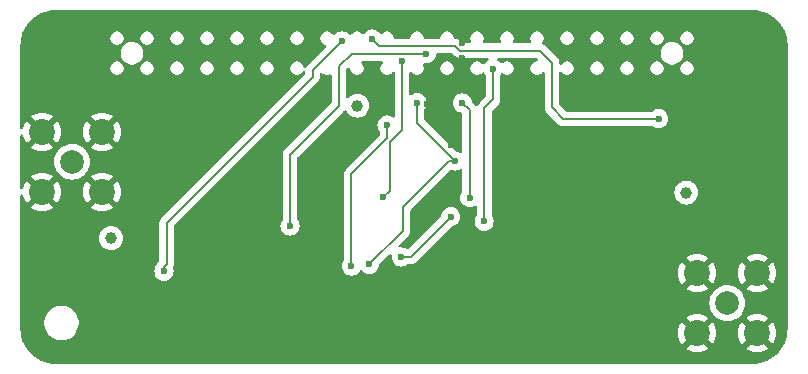
<source format=gbr>
%TF.GenerationSoftware,KiCad,Pcbnew,8.0.6*%
%TF.CreationDate,2024-10-20T18:51:53+08:00*%
%TF.ProjectId,RFM69HCW_v5,52464d36-3948-4435-975f-76352e6b6963,rev?*%
%TF.SameCoordinates,Original*%
%TF.FileFunction,Copper,L4,Bot*%
%TF.FilePolarity,Positive*%
%FSLAX46Y46*%
G04 Gerber Fmt 4.6, Leading zero omitted, Abs format (unit mm)*
G04 Created by KiCad (PCBNEW 8.0.6) date 2024-10-20 18:51:53*
%MOMM*%
%LPD*%
G01*
G04 APERTURE LIST*
%TA.AperFunction,ComponentPad*%
%ADD10C,2.000000*%
%TD*%
%TA.AperFunction,ComponentPad*%
%ADD11C,2.200000*%
%TD*%
%TA.AperFunction,ViaPad*%
%ADD12C,0.600000*%
%TD*%
%TA.AperFunction,ViaPad*%
%ADD13C,0.800000*%
%TD*%
%TA.AperFunction,ViaPad*%
%ADD14C,1.000000*%
%TD*%
%TA.AperFunction,Conductor*%
%ADD15C,0.200000*%
%TD*%
G04 APERTURE END LIST*
D10*
%TO.P,REF\u002A\u002A,*%
%TO.N,ANT433*%
X135800000Y-89320000D03*
D11*
%TO.N,GND*%
X138340000Y-91860000D03*
%TO.P,REF\u002A\u002A,2*%
X133260000Y-86780000D03*
X133260000Y-91860000D03*
X138340000Y-86780000D03*
%TD*%
D10*
%TO.P,REF\u002A\u002A,*%
%TO.N,ANT915*%
X191270000Y-101280000D03*
D11*
%TO.N,GND*%
X188730000Y-98740000D03*
%TO.P,REF\u002A\u002A,2*%
X193810000Y-103820000D03*
X193810000Y-98740000D03*
X188730000Y-103820000D03*
%TD*%
D12*
%TO.N,GND*%
X187220000Y-105920000D03*
X189520000Y-106000000D03*
X191530000Y-105980000D03*
X181690000Y-84510000D03*
%TO.N,MISO*%
X160980000Y-97990000D03*
%TO.N,GND*%
X139690000Y-105950000D03*
X155650000Y-85940000D03*
X172610000Y-101770000D03*
X195870000Y-99860000D03*
X184060000Y-77420000D03*
X153690000Y-105950000D03*
D13*
X149790000Y-84560000D03*
D12*
X145920000Y-77390000D03*
X169750000Y-102820000D03*
X183690000Y-105950000D03*
X192660000Y-85750000D03*
X148510000Y-77540000D03*
X195870000Y-83860000D03*
X153600000Y-86010000D03*
X193660000Y-89480000D03*
X193670000Y-105990000D03*
X143880000Y-84440000D03*
X161689999Y-105950000D03*
X159190000Y-103950000D03*
X181520000Y-77390000D03*
X168850000Y-82840000D03*
X143690000Y-105950000D03*
X145690000Y-105950000D03*
X170110000Y-84280000D03*
X141880000Y-84440000D03*
X131870000Y-80840000D03*
X195870000Y-89860000D03*
X177690000Y-105950000D03*
X139090000Y-100385000D03*
X190860000Y-91880000D03*
X170700000Y-102810000D03*
X195870000Y-97860000D03*
X137100001Y-77070000D03*
X147690000Y-105950000D03*
X177880000Y-84440000D03*
X171340000Y-77200000D03*
X167690000Y-105950000D03*
X167480000Y-84390000D03*
X157690000Y-105950000D03*
X151690000Y-105950000D03*
X188090000Y-84710000D03*
X169690000Y-105950000D03*
X195870000Y-91860000D03*
X181530000Y-79220000D03*
X172430000Y-87920000D03*
X163690000Y-105950000D03*
X194760000Y-88550000D03*
X172650000Y-84690000D03*
X187830000Y-96050000D03*
X195870000Y-93859999D03*
X193710000Y-90530000D03*
X172610000Y-100510000D03*
X158310000Y-86030000D03*
X165880000Y-84440000D03*
X141690000Y-105950000D03*
X153600000Y-77370000D03*
X131870000Y-84840000D03*
X195870000Y-95860000D03*
X163720000Y-77180000D03*
X172470000Y-86500000D03*
X195590000Y-84970000D03*
X131870000Y-96840000D03*
X195870000Y-85860000D03*
X149270000Y-85900000D03*
X195870000Y-87860000D03*
D13*
X150980000Y-82840000D03*
D12*
X166250000Y-77110000D03*
X188680000Y-88230000D03*
X131870000Y-78839999D03*
X167900000Y-87870000D03*
X165690000Y-105950000D03*
X158930000Y-89380000D03*
X182790000Y-98600000D03*
X179880000Y-84440000D03*
X154360000Y-102670000D03*
X179690000Y-105950000D03*
X133850000Y-76970000D03*
X155690000Y-105950000D03*
X195900000Y-79090000D03*
X151040000Y-77390000D03*
X143450000Y-77440000D03*
X186610000Y-77540000D03*
X149689999Y-105950000D03*
X168830000Y-80530000D03*
X178950000Y-77390000D03*
X190630000Y-89680000D03*
X195870000Y-81859999D03*
X140890000Y-77510000D03*
X189730000Y-83370000D03*
X195870000Y-101860000D03*
D13*
X148480000Y-82830000D03*
D12*
X131870000Y-94840000D03*
X137689999Y-105950000D03*
X175690000Y-105950000D03*
X193260000Y-77080000D03*
X143860000Y-91380000D03*
X167690000Y-101870000D03*
X189730000Y-82110000D03*
X135390000Y-77080000D03*
X131870000Y-98840000D03*
X154350000Y-103960000D03*
X167710000Y-100670000D03*
X158630000Y-77250000D03*
X156690000Y-104980000D03*
X181690000Y-105950000D03*
X175200000Y-84550000D03*
X131830000Y-82850000D03*
X168830000Y-77130000D03*
X176420000Y-77380000D03*
X161200000Y-77230000D03*
X195790000Y-88880000D03*
X182790000Y-99860000D03*
X191840001Y-76980000D03*
X168830000Y-79270000D03*
X195920000Y-103760000D03*
X160510000Y-86050000D03*
X167900000Y-86610000D03*
X147880000Y-84440000D03*
X189610000Y-85900000D03*
X145880000Y-84440000D03*
X189840000Y-76980000D03*
X185880000Y-84440000D03*
X159010000Y-88100000D03*
X156110000Y-77380000D03*
X131870000Y-100840000D03*
X159150000Y-102580000D03*
X173689999Y-105950000D03*
X178950000Y-79160000D03*
X159690000Y-105950000D03*
X173880000Y-77390000D03*
X139879999Y-84440000D03*
X183880000Y-84440000D03*
X171690000Y-105950000D03*
D14*
%TO.N,3v3*%
X159950000Y-84560000D03*
X139110000Y-95780000D03*
X187810000Y-91920000D03*
D12*
%TO.N,MOSI*%
X159450000Y-98140000D03*
X162470000Y-86210000D03*
%TO.N,MISO*%
X165010000Y-84310000D03*
X168240000Y-89260000D03*
%TO.N,SLCK*%
X169470000Y-92360002D03*
X167870000Y-93970000D03*
X163680000Y-97370000D03*
X168850000Y-84330000D03*
%TO.N,CS0*%
X165810000Y-80150000D03*
X154260000Y-94750000D03*
%TO.N,RST*%
X163740000Y-80750000D03*
X162165000Y-92335000D03*
%TO.N,INTER*%
X158650000Y-79090000D03*
X161220000Y-78930000D03*
X143582500Y-98592500D03*
X185460000Y-85680000D03*
%TO.N,CS1*%
X170690000Y-94360002D03*
X171430000Y-81430000D03*
%TD*%
D15*
%TO.N,CS1*%
X171430000Y-81430000D02*
X171430000Y-84041471D01*
X170710000Y-94340002D02*
X170690000Y-94360002D01*
X170710000Y-84761471D02*
X170710000Y-94340002D01*
X171430000Y-84041471D02*
X170710000Y-84761471D01*
X170690000Y-94350002D02*
X170690000Y-94360002D01*
%TO.N,SLCK*%
X169460000Y-92350002D02*
X169460000Y-84940000D01*
X169470000Y-92360002D02*
X169460000Y-92350002D01*
X169460000Y-84940000D02*
X168850000Y-84330000D01*
%TO.N,INTER*%
X143810000Y-97980000D02*
X143810000Y-94500000D01*
X143582500Y-98592500D02*
X143582500Y-98207500D01*
X156170000Y-81570000D02*
X158650000Y-79090000D01*
X143582500Y-98207500D02*
X143810000Y-97980000D01*
X143810000Y-94500000D02*
X156170000Y-82140000D01*
X156170000Y-82140000D02*
X156170000Y-81570000D01*
X185460000Y-85680000D02*
X177400000Y-85680000D01*
X177400000Y-85680000D02*
X176430000Y-84710000D01*
X176430000Y-84710000D02*
X176430000Y-80920000D01*
X176430000Y-80920000D02*
X175410000Y-79900000D01*
X175410000Y-79900000D02*
X168611471Y-79900000D01*
X161808529Y-79518529D02*
X161220000Y-78930000D01*
X168611471Y-79900000D02*
X168230000Y-79518529D01*
X168230000Y-79518529D02*
X161808529Y-79518529D01*
%TO.N,MISO*%
X163830000Y-95140000D02*
X163830000Y-93180000D01*
X160980000Y-97990000D02*
X163830000Y-95140000D01*
X163830000Y-93180000D02*
X167750000Y-89260000D01*
X167750000Y-89260000D02*
X168240000Y-89260000D01*
%TO.N,SLCK*%
X164470000Y-97370000D02*
X163680000Y-97370000D01*
X167870000Y-93970000D02*
X164470000Y-97370000D01*
%TO.N,MOSI*%
X162470000Y-87334314D02*
X159450000Y-90354314D01*
X162470000Y-86210000D02*
X162470000Y-87334314D01*
X159450000Y-90354314D02*
X159450000Y-98140000D01*
%TO.N,MISO*%
X165010000Y-86030000D02*
X165010000Y-84310000D01*
X168240000Y-89260000D02*
X165010000Y-86030000D01*
%TO.N,CS0*%
X165810000Y-80150000D02*
X159480000Y-80150000D01*
X154260000Y-88700000D02*
X154260000Y-94750000D01*
X158390000Y-84570000D02*
X154260000Y-88700000D01*
X158390000Y-81240000D02*
X158390000Y-84570000D01*
X159480000Y-80150000D02*
X158390000Y-81240000D01*
%TO.N,RST*%
X163740000Y-86630000D02*
X163740000Y-80750000D01*
X162720000Y-87650000D02*
X162720000Y-91780000D01*
X163740000Y-86630000D02*
X162720000Y-87650000D01*
X162720000Y-91780000D02*
X162165000Y-92335000D01*
%TD*%
%TA.AperFunction,Conductor*%
%TO.N,GND*%
G36*
X167993882Y-80147031D02*
G01*
X168014856Y-80163934D01*
X168124549Y-80273627D01*
X168124550Y-80273628D01*
X168237843Y-80386921D01*
X168376599Y-80467032D01*
X168531360Y-80508500D01*
X168691581Y-80508500D01*
X170939556Y-80508500D01*
X171007677Y-80528502D01*
X171054170Y-80582158D01*
X171064274Y-80652432D01*
X171034780Y-80717012D01*
X171006592Y-80741187D01*
X170922720Y-80793887D01*
X170922718Y-80793888D01*
X170793888Y-80922718D01*
X170793887Y-80922720D01*
X170734621Y-81017041D01*
X170681442Y-81064079D01*
X170611275Y-81074899D01*
X170546397Y-81046066D01*
X170538839Y-81039100D01*
X170437231Y-80937492D01*
X170437221Y-80937484D01*
X170308279Y-80863040D01*
X170308276Y-80863039D01*
X170308275Y-80863038D01*
X170308273Y-80863037D01*
X170308272Y-80863037D01*
X170269735Y-80852711D01*
X170164450Y-80824500D01*
X170015550Y-80824500D01*
X169955957Y-80840468D01*
X169871727Y-80863037D01*
X169871720Y-80863040D01*
X169742778Y-80937484D01*
X169742768Y-80937492D01*
X169637492Y-81042768D01*
X169637484Y-81042778D01*
X169563040Y-81171720D01*
X169563037Y-81171727D01*
X169556433Y-81196374D01*
X169526760Y-81307118D01*
X169524500Y-81315551D01*
X169524500Y-81464448D01*
X169524499Y-81464448D01*
X169563037Y-81608272D01*
X169563040Y-81608279D01*
X169637484Y-81737221D01*
X169637492Y-81737231D01*
X169742768Y-81842507D01*
X169742773Y-81842511D01*
X169742775Y-81842513D01*
X169742776Y-81842514D01*
X169742778Y-81842515D01*
X169811912Y-81882429D01*
X169871725Y-81916962D01*
X170015550Y-81955500D01*
X170015552Y-81955500D01*
X170164448Y-81955500D01*
X170164450Y-81955500D01*
X170308275Y-81916962D01*
X170437225Y-81842513D01*
X170507970Y-81771767D01*
X170570280Y-81737744D01*
X170641096Y-81742808D01*
X170697932Y-81785354D01*
X170703751Y-81793828D01*
X170793883Y-81937273D01*
X170794001Y-81937421D01*
X170794047Y-81937534D01*
X170797653Y-81943273D01*
X170796648Y-81943904D01*
X170820844Y-82003148D01*
X170821500Y-82015993D01*
X170821500Y-83737231D01*
X170801498Y-83805352D01*
X170784595Y-83826326D01*
X170223083Y-84387837D01*
X170223075Y-84387847D01*
X170138838Y-84533750D01*
X170135844Y-84532021D01*
X170100792Y-84574906D01*
X170033275Y-84596859D01*
X169964607Y-84578824D01*
X169940556Y-84560007D01*
X169838500Y-84457951D01*
X169688830Y-84308281D01*
X169654807Y-84245971D01*
X169652720Y-84233306D01*
X169643217Y-84148953D01*
X169583043Y-83976985D01*
X169583041Y-83976982D01*
X169583041Y-83976981D01*
X169486112Y-83822720D01*
X169486111Y-83822718D01*
X169357281Y-83693888D01*
X169357279Y-83693887D01*
X169203018Y-83596958D01*
X169203015Y-83596957D01*
X169031050Y-83536784D01*
X169031049Y-83536783D01*
X169031047Y-83536783D01*
X168850000Y-83516384D01*
X168668953Y-83536783D01*
X168668950Y-83536783D01*
X168668949Y-83536784D01*
X168496984Y-83596957D01*
X168496981Y-83596958D01*
X168342720Y-83693887D01*
X168342718Y-83693888D01*
X168213888Y-83822718D01*
X168213887Y-83822720D01*
X168116958Y-83976981D01*
X168116957Y-83976984D01*
X168063783Y-84128949D01*
X168056783Y-84148953D01*
X168036384Y-84330000D01*
X168056783Y-84511047D01*
X168056783Y-84511049D01*
X168056784Y-84511050D01*
X168116957Y-84683015D01*
X168116958Y-84683018D01*
X168213887Y-84837279D01*
X168213888Y-84837281D01*
X168342718Y-84966111D01*
X168342720Y-84966112D01*
X168496981Y-85063041D01*
X168496982Y-85063041D01*
X168496985Y-85063043D01*
X168668953Y-85123217D01*
X168739607Y-85131177D01*
X168805059Y-85158680D01*
X168845253Y-85217203D01*
X168851500Y-85256385D01*
X168851500Y-88461393D01*
X168831498Y-88529514D01*
X168777842Y-88576007D01*
X168707568Y-88586111D01*
X168658465Y-88568081D01*
X168593015Y-88526957D01*
X168421050Y-88466784D01*
X168421049Y-88466783D01*
X168421047Y-88466783D01*
X168358122Y-88459692D01*
X168336701Y-88457279D01*
X168271248Y-88429774D01*
X168261715Y-88421166D01*
X165655405Y-85814856D01*
X165621379Y-85752544D01*
X165618500Y-85725761D01*
X165618500Y-84895993D01*
X165638502Y-84827872D01*
X165645999Y-84817421D01*
X165646104Y-84817287D01*
X165646111Y-84817281D01*
X165743043Y-84663015D01*
X165803217Y-84491047D01*
X165823616Y-84310000D01*
X165803217Y-84128953D01*
X165743043Y-83956985D01*
X165743041Y-83956982D01*
X165743041Y-83956981D01*
X165646112Y-83802720D01*
X165646111Y-83802718D01*
X165517281Y-83673888D01*
X165517279Y-83673887D01*
X165363018Y-83576958D01*
X165363015Y-83576957D01*
X165191050Y-83516784D01*
X165191049Y-83516783D01*
X165191047Y-83516783D01*
X165010000Y-83496384D01*
X164828953Y-83516783D01*
X164828950Y-83516783D01*
X164828949Y-83516784D01*
X164656986Y-83576956D01*
X164541536Y-83649498D01*
X164473214Y-83668803D01*
X164405301Y-83648107D01*
X164359358Y-83593980D01*
X164348500Y-83542810D01*
X164348500Y-81832429D01*
X164368502Y-81764308D01*
X164422158Y-81717815D01*
X164492432Y-81707711D01*
X164557012Y-81737205D01*
X164563595Y-81743334D01*
X164662768Y-81842507D01*
X164662773Y-81842511D01*
X164662775Y-81842513D01*
X164662776Y-81842514D01*
X164662778Y-81842515D01*
X164731912Y-81882429D01*
X164791725Y-81916962D01*
X164935550Y-81955500D01*
X164935552Y-81955500D01*
X165084448Y-81955500D01*
X165084450Y-81955500D01*
X165228275Y-81916962D01*
X165357225Y-81842513D01*
X165462513Y-81737225D01*
X165536962Y-81608275D01*
X165575500Y-81464450D01*
X165575500Y-81464448D01*
X166984499Y-81464448D01*
X167023037Y-81608272D01*
X167023040Y-81608279D01*
X167097484Y-81737221D01*
X167097492Y-81737231D01*
X167202768Y-81842507D01*
X167202773Y-81842511D01*
X167202775Y-81842513D01*
X167202776Y-81842514D01*
X167202778Y-81842515D01*
X167271912Y-81882429D01*
X167331725Y-81916962D01*
X167475550Y-81955500D01*
X167475552Y-81955500D01*
X167624448Y-81955500D01*
X167624450Y-81955500D01*
X167768275Y-81916962D01*
X167897225Y-81842513D01*
X168002513Y-81737225D01*
X168076962Y-81608275D01*
X168115500Y-81464450D01*
X168115500Y-81315550D01*
X168076962Y-81171725D01*
X168054249Y-81132384D01*
X168002515Y-81042778D01*
X168002507Y-81042768D01*
X167897231Y-80937492D01*
X167897221Y-80937484D01*
X167768279Y-80863040D01*
X167768276Y-80863039D01*
X167768275Y-80863038D01*
X167768273Y-80863037D01*
X167768272Y-80863037D01*
X167729735Y-80852711D01*
X167624450Y-80824500D01*
X167475550Y-80824500D01*
X167415957Y-80840468D01*
X167331727Y-80863037D01*
X167331720Y-80863040D01*
X167202778Y-80937484D01*
X167202768Y-80937492D01*
X167097492Y-81042768D01*
X167097484Y-81042778D01*
X167023040Y-81171720D01*
X167023037Y-81171727D01*
X167016433Y-81196374D01*
X166986760Y-81307118D01*
X166984500Y-81315551D01*
X166984500Y-81464448D01*
X166984499Y-81464448D01*
X165575500Y-81464448D01*
X165575500Y-81315550D01*
X165536962Y-81171725D01*
X165514247Y-81132382D01*
X165497510Y-81063389D01*
X165520730Y-80996297D01*
X165576537Y-80952410D01*
X165637470Y-80944176D01*
X165810000Y-80963616D01*
X165991047Y-80943217D01*
X166163015Y-80883043D01*
X166317281Y-80786111D01*
X166446111Y-80657281D01*
X166543043Y-80503015D01*
X166603217Y-80331047D01*
X166613597Y-80238920D01*
X166641101Y-80173468D01*
X166699625Y-80133275D01*
X166738805Y-80127029D01*
X167925761Y-80127029D01*
X167993882Y-80147031D01*
G37*
%TD.AperFunction*%
%TA.AperFunction,Conductor*%
G36*
X193413301Y-76470673D02*
G01*
X193714843Y-76486476D01*
X193727959Y-76487854D01*
X194022951Y-76534576D01*
X194035851Y-76537318D01*
X194324342Y-76614619D01*
X194336884Y-76618694D01*
X194615711Y-76725726D01*
X194627743Y-76731082D01*
X194893876Y-76866684D01*
X194905285Y-76873271D01*
X195155777Y-77035943D01*
X195166434Y-77043687D01*
X195391924Y-77226284D01*
X195398544Y-77231645D01*
X195408345Y-77240470D01*
X195619529Y-77451654D01*
X195628354Y-77461455D01*
X195816308Y-77693559D01*
X195824060Y-77704228D01*
X195986724Y-77954708D01*
X195993319Y-77966130D01*
X196128913Y-78232248D01*
X196134277Y-78244297D01*
X196241304Y-78523114D01*
X196245380Y-78535657D01*
X196322681Y-78824148D01*
X196325423Y-78837048D01*
X196343551Y-78951499D01*
X196362046Y-79068275D01*
X196372146Y-79132039D01*
X196373523Y-79145152D01*
X196380145Y-79271498D01*
X196389327Y-79446698D01*
X196389500Y-79453292D01*
X196389500Y-103446707D01*
X196389327Y-103453302D01*
X196373523Y-103754843D01*
X196372145Y-103767959D01*
X196325423Y-104062951D01*
X196322681Y-104075851D01*
X196245380Y-104364342D01*
X196241304Y-104376885D01*
X196134277Y-104655702D01*
X196128913Y-104667751D01*
X195993319Y-104933869D01*
X195986724Y-104945291D01*
X195824060Y-105195771D01*
X195816308Y-105206440D01*
X195628354Y-105438544D01*
X195619529Y-105448345D01*
X195408345Y-105659529D01*
X195398544Y-105668354D01*
X195166440Y-105856308D01*
X195155771Y-105864060D01*
X194905291Y-106026724D01*
X194893869Y-106033319D01*
X194627751Y-106168913D01*
X194615702Y-106174277D01*
X194336885Y-106281304D01*
X194324342Y-106285380D01*
X194035851Y-106362681D01*
X194022951Y-106365423D01*
X193727959Y-106412145D01*
X193714843Y-106413523D01*
X193429363Y-106428485D01*
X193413300Y-106429327D01*
X193406707Y-106429500D01*
X134413293Y-106429500D01*
X134406699Y-106429327D01*
X134389688Y-106428435D01*
X134105156Y-106413523D01*
X134092040Y-106412145D01*
X133797048Y-106365423D01*
X133784148Y-106362681D01*
X133495657Y-106285380D01*
X133483114Y-106281304D01*
X133204297Y-106174277D01*
X133192248Y-106168913D01*
X132926130Y-106033319D01*
X132914708Y-106026724D01*
X132664225Y-105864058D01*
X132653559Y-105856308D01*
X132421455Y-105668354D01*
X132411654Y-105659529D01*
X132200470Y-105448345D01*
X132191645Y-105438544D01*
X132003691Y-105206440D01*
X131995943Y-105195777D01*
X131833271Y-104945285D01*
X131826680Y-104933869D01*
X131692232Y-104670000D01*
X131691082Y-104667743D01*
X131685726Y-104655711D01*
X131578694Y-104376884D01*
X131574619Y-104364342D01*
X131557074Y-104298865D01*
X131497318Y-104075851D01*
X131494576Y-104062951D01*
X131494138Y-104060188D01*
X131447853Y-103767958D01*
X131446476Y-103754842D01*
X131430673Y-103453301D01*
X131430500Y-103446707D01*
X131430500Y-102835450D01*
X133454500Y-102835450D01*
X133454500Y-103064550D01*
X133454847Y-103066740D01*
X133490340Y-103290835D01*
X133540986Y-103446707D01*
X133561135Y-103508718D01*
X133665145Y-103712848D01*
X133799807Y-103898195D01*
X133799809Y-103898197D01*
X133799811Y-103898200D01*
X133961799Y-104060188D01*
X133961802Y-104060190D01*
X133961805Y-104060193D01*
X134147152Y-104194855D01*
X134351282Y-104298865D01*
X134569170Y-104369661D01*
X134795450Y-104405500D01*
X134795453Y-104405500D01*
X135024547Y-104405500D01*
X135024550Y-104405500D01*
X135250830Y-104369661D01*
X135468718Y-104298865D01*
X135672848Y-104194855D01*
X135858195Y-104060193D01*
X136020193Y-103898195D01*
X136077005Y-103820000D01*
X187117028Y-103820000D01*
X187136886Y-104072323D01*
X187195971Y-104318434D01*
X187292830Y-104552272D01*
X187424177Y-104766611D01*
X187424178Y-104766611D01*
X187974228Y-104216561D01*
X187976740Y-104222626D01*
X188069762Y-104361844D01*
X188188156Y-104480238D01*
X188327374Y-104573260D01*
X188333436Y-104575771D01*
X187783387Y-105125820D01*
X187783387Y-105125822D01*
X187997727Y-105257169D01*
X188231565Y-105354028D01*
X188477676Y-105413113D01*
X188730000Y-105432971D01*
X188982323Y-105413113D01*
X189228434Y-105354028D01*
X189462277Y-105257167D01*
X189676611Y-105125822D01*
X189676611Y-105125820D01*
X189126562Y-104575771D01*
X189132626Y-104573260D01*
X189271844Y-104480238D01*
X189390238Y-104361844D01*
X189483260Y-104222626D01*
X189485771Y-104216562D01*
X190035820Y-104766611D01*
X190035822Y-104766611D01*
X190167167Y-104552277D01*
X190264028Y-104318434D01*
X190323113Y-104072323D01*
X190342971Y-103820000D01*
X192197028Y-103820000D01*
X192216886Y-104072323D01*
X192275971Y-104318434D01*
X192372830Y-104552272D01*
X192504177Y-104766611D01*
X192504178Y-104766611D01*
X193054228Y-104216561D01*
X193056740Y-104222626D01*
X193149762Y-104361844D01*
X193268156Y-104480238D01*
X193407374Y-104573260D01*
X193413436Y-104575771D01*
X192863387Y-105125820D01*
X192863387Y-105125822D01*
X193077727Y-105257169D01*
X193311565Y-105354028D01*
X193557676Y-105413113D01*
X193810000Y-105432971D01*
X194062323Y-105413113D01*
X194308434Y-105354028D01*
X194542277Y-105257167D01*
X194756611Y-105125822D01*
X194756611Y-105125820D01*
X194206562Y-104575771D01*
X194212626Y-104573260D01*
X194351844Y-104480238D01*
X194470238Y-104361844D01*
X194563260Y-104222626D01*
X194565771Y-104216562D01*
X195115820Y-104766611D01*
X195115822Y-104766611D01*
X195247167Y-104552277D01*
X195344028Y-104318434D01*
X195403113Y-104072323D01*
X195422971Y-103820000D01*
X195403113Y-103567676D01*
X195344028Y-103321565D01*
X195247169Y-103087727D01*
X195115822Y-102873387D01*
X195115820Y-102873387D01*
X194565771Y-103423436D01*
X194563260Y-103417374D01*
X194470238Y-103278156D01*
X194351844Y-103159762D01*
X194212626Y-103066740D01*
X194206561Y-103064228D01*
X194756611Y-102514178D01*
X194756611Y-102514177D01*
X194542272Y-102382830D01*
X194308434Y-102285971D01*
X194062323Y-102226886D01*
X193810000Y-102207028D01*
X193557676Y-102226886D01*
X193311565Y-102285971D01*
X193077727Y-102382830D01*
X192863387Y-102514176D01*
X192863387Y-102514178D01*
X193413437Y-103064228D01*
X193407374Y-103066740D01*
X193268156Y-103159762D01*
X193149762Y-103278156D01*
X193056740Y-103417374D01*
X193054228Y-103423437D01*
X192504178Y-102873387D01*
X192504176Y-102873387D01*
X192372830Y-103087727D01*
X192275971Y-103321565D01*
X192216886Y-103567676D01*
X192197028Y-103820000D01*
X190342971Y-103820000D01*
X190323113Y-103567676D01*
X190264028Y-103321565D01*
X190167169Y-103087727D01*
X190035822Y-102873387D01*
X190035820Y-102873387D01*
X189485771Y-103423436D01*
X189483260Y-103417374D01*
X189390238Y-103278156D01*
X189271844Y-103159762D01*
X189132626Y-103066740D01*
X189126561Y-103064228D01*
X189676611Y-102514178D01*
X189676611Y-102514177D01*
X189462272Y-102382830D01*
X189228434Y-102285971D01*
X188982323Y-102226886D01*
X188730000Y-102207028D01*
X188477676Y-102226886D01*
X188231565Y-102285971D01*
X187997727Y-102382830D01*
X187783387Y-102514176D01*
X187783387Y-102514178D01*
X188333437Y-103064228D01*
X188327374Y-103066740D01*
X188188156Y-103159762D01*
X188069762Y-103278156D01*
X187976740Y-103417374D01*
X187974228Y-103423437D01*
X187424178Y-102873387D01*
X187424176Y-102873387D01*
X187292830Y-103087727D01*
X187195971Y-103321565D01*
X187136886Y-103567676D01*
X187117028Y-103820000D01*
X136077005Y-103820000D01*
X136154855Y-103712848D01*
X136258865Y-103508718D01*
X136329661Y-103290830D01*
X136365500Y-103064550D01*
X136365500Y-102835450D01*
X136329661Y-102609170D01*
X136258865Y-102391282D01*
X136154855Y-102187152D01*
X136020193Y-102001805D01*
X136020190Y-102001802D01*
X136020188Y-102001799D01*
X135858200Y-101839811D01*
X135858197Y-101839809D01*
X135858195Y-101839807D01*
X135672848Y-101705145D01*
X135468718Y-101601135D01*
X135468715Y-101601134D01*
X135468713Y-101601133D01*
X135250835Y-101530340D01*
X135250831Y-101530339D01*
X135250830Y-101530339D01*
X135024550Y-101494500D01*
X134795450Y-101494500D01*
X134569170Y-101530339D01*
X134569164Y-101530340D01*
X134351286Y-101601133D01*
X134351280Y-101601136D01*
X134147148Y-101705147D01*
X133961802Y-101839809D01*
X133961799Y-101839811D01*
X133799811Y-102001799D01*
X133799809Y-102001802D01*
X133665147Y-102187148D01*
X133561136Y-102391280D01*
X133561133Y-102391286D01*
X133490340Y-102609164D01*
X133490339Y-102609169D01*
X133490339Y-102609170D01*
X133454500Y-102835450D01*
X131430500Y-102835450D01*
X131430500Y-101280000D01*
X189756835Y-101280000D01*
X189775465Y-101516710D01*
X189830894Y-101747592D01*
X189869091Y-101839807D01*
X189921760Y-101966963D01*
X189943111Y-102001805D01*
X190045825Y-102169417D01*
X190045826Y-102169419D01*
X190200030Y-102349969D01*
X190380580Y-102504173D01*
X190380584Y-102504176D01*
X190583037Y-102628240D01*
X190802406Y-102719105D01*
X191033289Y-102774535D01*
X191270000Y-102793165D01*
X191506711Y-102774535D01*
X191737594Y-102719105D01*
X191956963Y-102628240D01*
X192159416Y-102504176D01*
X192339969Y-102349969D01*
X192494176Y-102169416D01*
X192618240Y-101966963D01*
X192709105Y-101747594D01*
X192764535Y-101516711D01*
X192783165Y-101280000D01*
X192764535Y-101043289D01*
X192709105Y-100812406D01*
X192618240Y-100593037D01*
X192494176Y-100390584D01*
X192494173Y-100390580D01*
X192339969Y-100210030D01*
X192159419Y-100055826D01*
X192159417Y-100055825D01*
X192159416Y-100055824D01*
X191956963Y-99931760D01*
X191737594Y-99840895D01*
X191737592Y-99840894D01*
X191579651Y-99802976D01*
X191506711Y-99785465D01*
X191270000Y-99766835D01*
X191033289Y-99785465D01*
X190802407Y-99840894D01*
X190583038Y-99931759D01*
X190380582Y-100055825D01*
X190380580Y-100055826D01*
X190200030Y-100210030D01*
X190045826Y-100390580D01*
X190045825Y-100390582D01*
X189921759Y-100593038D01*
X189830894Y-100812407D01*
X189775465Y-101043289D01*
X189756835Y-101280000D01*
X131430500Y-101280000D01*
X131430500Y-98592500D01*
X142768884Y-98592500D01*
X142789283Y-98773547D01*
X142789283Y-98773549D01*
X142789284Y-98773550D01*
X142849457Y-98945515D01*
X142849458Y-98945518D01*
X142946387Y-99099779D01*
X142946388Y-99099781D01*
X143075218Y-99228611D01*
X143075220Y-99228612D01*
X143229481Y-99325541D01*
X143229482Y-99325541D01*
X143229485Y-99325543D01*
X143401453Y-99385717D01*
X143582500Y-99406116D01*
X143763547Y-99385717D01*
X143935515Y-99325543D01*
X144089781Y-99228611D01*
X144218611Y-99099781D01*
X144315543Y-98945515D01*
X144375717Y-98773547D01*
X144396116Y-98592500D01*
X144375717Y-98411453D01*
X144352473Y-98345028D01*
X144348854Y-98274125D01*
X144362280Y-98240421D01*
X144377032Y-98214872D01*
X144418500Y-98060110D01*
X144418500Y-97899889D01*
X144418500Y-94804239D01*
X144438502Y-94736118D01*
X144455405Y-94715144D01*
X156656916Y-82513633D01*
X156656922Y-82513627D01*
X156737032Y-82374872D01*
X156772202Y-82243616D01*
X156778500Y-82220111D01*
X156778500Y-81882429D01*
X156798502Y-81814308D01*
X156852158Y-81767815D01*
X156922432Y-81757711D01*
X156987012Y-81787205D01*
X156993595Y-81793334D01*
X157042768Y-81842507D01*
X157042773Y-81842511D01*
X157042775Y-81842513D01*
X157042776Y-81842514D01*
X157042778Y-81842515D01*
X157111912Y-81882429D01*
X157171725Y-81916962D01*
X157315550Y-81955500D01*
X157315552Y-81955500D01*
X157464448Y-81955500D01*
X157464450Y-81955500D01*
X157608275Y-81916962D01*
X157608276Y-81916960D01*
X157616252Y-81914824D01*
X157616665Y-81916366D01*
X157677858Y-81909781D01*
X157741348Y-81941553D01*
X157777583Y-82002607D01*
X157781500Y-82033781D01*
X157781500Y-84265760D01*
X157761498Y-84333881D01*
X157744595Y-84354855D01*
X153773083Y-88326366D01*
X153773075Y-88326376D01*
X153692970Y-88465122D01*
X153692965Y-88465134D01*
X153683585Y-88500141D01*
X153683586Y-88500142D01*
X153651500Y-88619890D01*
X153651500Y-94164006D01*
X153631498Y-94232127D01*
X153624008Y-94242570D01*
X153623883Y-94242725D01*
X153526958Y-94396981D01*
X153526957Y-94396984D01*
X153518943Y-94419889D01*
X153466783Y-94568953D01*
X153446384Y-94750000D01*
X153466783Y-94931047D01*
X153466783Y-94931049D01*
X153466784Y-94931050D01*
X153526957Y-95103015D01*
X153526958Y-95103018D01*
X153623887Y-95257279D01*
X153623888Y-95257281D01*
X153752718Y-95386111D01*
X153752720Y-95386112D01*
X153906981Y-95483041D01*
X153906982Y-95483041D01*
X153906985Y-95483043D01*
X154078953Y-95543217D01*
X154260000Y-95563616D01*
X154441047Y-95543217D01*
X154613015Y-95483043D01*
X154767281Y-95386111D01*
X154896111Y-95257281D01*
X154993043Y-95103015D01*
X155053217Y-94931047D01*
X155073616Y-94750000D01*
X155053217Y-94568953D01*
X154993043Y-94396985D01*
X154993041Y-94396982D01*
X154993041Y-94396981D01*
X154896116Y-94242725D01*
X154895992Y-94242570D01*
X154895943Y-94242450D01*
X154892347Y-94236727D01*
X154893349Y-94236097D01*
X154869155Y-94176841D01*
X154868500Y-94164006D01*
X154868500Y-89004237D01*
X154888502Y-88936116D01*
X154905400Y-88915147D01*
X158753252Y-85067294D01*
X158753257Y-85067291D01*
X158763626Y-85056921D01*
X158763628Y-85056921D01*
X158844510Y-84976038D01*
X158906820Y-84942015D01*
X158977636Y-84947079D01*
X159034472Y-84989625D01*
X159044724Y-85005736D01*
X159107405Y-85123004D01*
X159233432Y-85276568D01*
X159386996Y-85402595D01*
X159562196Y-85496241D01*
X159752299Y-85553908D01*
X159752303Y-85553908D01*
X159752305Y-85553909D01*
X159949997Y-85573380D01*
X159950000Y-85573380D01*
X159950003Y-85573380D01*
X160147694Y-85553909D01*
X160147695Y-85553908D01*
X160147701Y-85553908D01*
X160337804Y-85496241D01*
X160513004Y-85402595D01*
X160666568Y-85276568D01*
X160792595Y-85123004D01*
X160886241Y-84947804D01*
X160943908Y-84757701D01*
X160962753Y-84566372D01*
X160963380Y-84560003D01*
X160963380Y-84559996D01*
X160943909Y-84362305D01*
X160943908Y-84362303D01*
X160943908Y-84362299D01*
X160886241Y-84172196D01*
X160792595Y-83996996D01*
X160666568Y-83843432D01*
X160513004Y-83717405D01*
X160337804Y-83623759D01*
X160147701Y-83566092D01*
X160147700Y-83566091D01*
X160147694Y-83566090D01*
X159950003Y-83546620D01*
X159949997Y-83546620D01*
X159752305Y-83566090D01*
X159562195Y-83623759D01*
X159386995Y-83717405D01*
X159233432Y-83843432D01*
X159221899Y-83857485D01*
X159163222Y-83897453D01*
X159092251Y-83899354D01*
X159031519Y-83862583D01*
X159000307Y-83798815D01*
X158998500Y-83777551D01*
X158998500Y-81544239D01*
X159018502Y-81476118D01*
X159035405Y-81455144D01*
X159149405Y-81341144D01*
X159211717Y-81307118D01*
X159282532Y-81312183D01*
X159339368Y-81354730D01*
X159364179Y-81421250D01*
X159364500Y-81430239D01*
X159364500Y-81464448D01*
X159364499Y-81464448D01*
X159403037Y-81608272D01*
X159403040Y-81608279D01*
X159477484Y-81737221D01*
X159477492Y-81737231D01*
X159582768Y-81842507D01*
X159582773Y-81842511D01*
X159582775Y-81842513D01*
X159582776Y-81842514D01*
X159582778Y-81842515D01*
X159651912Y-81882429D01*
X159711725Y-81916962D01*
X159855550Y-81955500D01*
X159855552Y-81955500D01*
X160004448Y-81955500D01*
X160004450Y-81955500D01*
X160148275Y-81916962D01*
X160277225Y-81842513D01*
X160382513Y-81737225D01*
X160456962Y-81608275D01*
X160495500Y-81464450D01*
X160495500Y-81315550D01*
X160456962Y-81171725D01*
X160434249Y-81132384D01*
X160382515Y-81042778D01*
X160382507Y-81042768D01*
X160313334Y-80973595D01*
X160279308Y-80911283D01*
X160284373Y-80840468D01*
X160326920Y-80783632D01*
X160393440Y-80758821D01*
X160402429Y-80758500D01*
X161997571Y-80758500D01*
X162065692Y-80778502D01*
X162112185Y-80832158D01*
X162122289Y-80902432D01*
X162092795Y-80967012D01*
X162086666Y-80973595D01*
X162017492Y-81042768D01*
X162017484Y-81042778D01*
X161943040Y-81171720D01*
X161943037Y-81171727D01*
X161936433Y-81196374D01*
X161906760Y-81307118D01*
X161904500Y-81315551D01*
X161904500Y-81464448D01*
X161904499Y-81464448D01*
X161943037Y-81608272D01*
X161943040Y-81608279D01*
X162017484Y-81737221D01*
X162017492Y-81737231D01*
X162122768Y-81842507D01*
X162122773Y-81842511D01*
X162122775Y-81842513D01*
X162122776Y-81842514D01*
X162122778Y-81842515D01*
X162191912Y-81882429D01*
X162251725Y-81916962D01*
X162395550Y-81955500D01*
X162395552Y-81955500D01*
X162544448Y-81955500D01*
X162544450Y-81955500D01*
X162688275Y-81916962D01*
X162817225Y-81842513D01*
X162866404Y-81793334D01*
X162916405Y-81743334D01*
X162978717Y-81709308D01*
X163049532Y-81714373D01*
X163106368Y-81756920D01*
X163131179Y-81823440D01*
X163131500Y-81832429D01*
X163131500Y-85442810D01*
X163111498Y-85510931D01*
X163057842Y-85557424D01*
X162987568Y-85567528D01*
X162938464Y-85549498D01*
X162853704Y-85496240D01*
X162823015Y-85476957D01*
X162823014Y-85476956D01*
X162823013Y-85476956D01*
X162651050Y-85416784D01*
X162651049Y-85416783D01*
X162651047Y-85416783D01*
X162470000Y-85396384D01*
X162288953Y-85416783D01*
X162288950Y-85416783D01*
X162288949Y-85416784D01*
X162116984Y-85476957D01*
X162116981Y-85476958D01*
X161962720Y-85573887D01*
X161962718Y-85573888D01*
X161833888Y-85702718D01*
X161833887Y-85702720D01*
X161736958Y-85856981D01*
X161736957Y-85856984D01*
X161735535Y-85861050D01*
X161676783Y-86028953D01*
X161656384Y-86210000D01*
X161676783Y-86391047D01*
X161676783Y-86391049D01*
X161676784Y-86391050D01*
X161736957Y-86563015D01*
X161736958Y-86563018D01*
X161833883Y-86717273D01*
X161834001Y-86717421D01*
X161834047Y-86717534D01*
X161837653Y-86723273D01*
X161836648Y-86723904D01*
X161860844Y-86783148D01*
X161861500Y-86795993D01*
X161861500Y-87030074D01*
X161841498Y-87098195D01*
X161824595Y-87119169D01*
X158963083Y-89980680D01*
X158963075Y-89980690D01*
X158882970Y-90119436D01*
X158882968Y-90119441D01*
X158862234Y-90196822D01*
X158862234Y-90196823D01*
X158862233Y-90196822D01*
X158841500Y-90274202D01*
X158841500Y-97554006D01*
X158821498Y-97622127D01*
X158814008Y-97632570D01*
X158813883Y-97632725D01*
X158716958Y-97786981D01*
X158716957Y-97786984D01*
X158664454Y-97937031D01*
X158656783Y-97958953D01*
X158636384Y-98140000D01*
X158656783Y-98321047D01*
X158656783Y-98321049D01*
X158656784Y-98321050D01*
X158716957Y-98493015D01*
X158716958Y-98493018D01*
X158813887Y-98647279D01*
X158813888Y-98647281D01*
X158942718Y-98776111D01*
X158942720Y-98776112D01*
X159096981Y-98873041D01*
X159096982Y-98873041D01*
X159096985Y-98873043D01*
X159268953Y-98933217D01*
X159450000Y-98953616D01*
X159631047Y-98933217D01*
X159803015Y-98873043D01*
X159957281Y-98776111D01*
X160086111Y-98647281D01*
X160159403Y-98530636D01*
X160212581Y-98483600D01*
X160282748Y-98472779D01*
X160347626Y-98501611D01*
X160355185Y-98508578D01*
X160472718Y-98626111D01*
X160472720Y-98626112D01*
X160626981Y-98723041D01*
X160626982Y-98723041D01*
X160626985Y-98723043D01*
X160798953Y-98783217D01*
X160980000Y-98803616D01*
X161161047Y-98783217D01*
X161284555Y-98740000D01*
X187117028Y-98740000D01*
X187136886Y-98992323D01*
X187195971Y-99238434D01*
X187292830Y-99472272D01*
X187424177Y-99686611D01*
X187424178Y-99686611D01*
X187974228Y-99136561D01*
X187976740Y-99142626D01*
X188069762Y-99281844D01*
X188188156Y-99400238D01*
X188327374Y-99493260D01*
X188333436Y-99495771D01*
X187783387Y-100045820D01*
X187783387Y-100045822D01*
X187997727Y-100177169D01*
X188231565Y-100274028D01*
X188477676Y-100333113D01*
X188730000Y-100352971D01*
X188982323Y-100333113D01*
X189228434Y-100274028D01*
X189462277Y-100177167D01*
X189676611Y-100045822D01*
X189676611Y-100045820D01*
X189126562Y-99495771D01*
X189132626Y-99493260D01*
X189271844Y-99400238D01*
X189390238Y-99281844D01*
X189483260Y-99142626D01*
X189485771Y-99136562D01*
X190035820Y-99686611D01*
X190035822Y-99686611D01*
X190167167Y-99472277D01*
X190264028Y-99238434D01*
X190323113Y-98992323D01*
X190342971Y-98740000D01*
X192197028Y-98740000D01*
X192216886Y-98992323D01*
X192275971Y-99238434D01*
X192372830Y-99472272D01*
X192504177Y-99686611D01*
X192504178Y-99686611D01*
X193054228Y-99136561D01*
X193056740Y-99142626D01*
X193149762Y-99281844D01*
X193268156Y-99400238D01*
X193407374Y-99493260D01*
X193413436Y-99495771D01*
X192863387Y-100045820D01*
X192863387Y-100045822D01*
X193077727Y-100177169D01*
X193311565Y-100274028D01*
X193557676Y-100333113D01*
X193810000Y-100352971D01*
X194062323Y-100333113D01*
X194308434Y-100274028D01*
X194542277Y-100177167D01*
X194756611Y-100045822D01*
X194756611Y-100045820D01*
X194206562Y-99495771D01*
X194212626Y-99493260D01*
X194351844Y-99400238D01*
X194470238Y-99281844D01*
X194563260Y-99142626D01*
X194565771Y-99136562D01*
X195115820Y-99686611D01*
X195115822Y-99686611D01*
X195247167Y-99472277D01*
X195344028Y-99238434D01*
X195403113Y-98992323D01*
X195422971Y-98740000D01*
X195403113Y-98487676D01*
X195344028Y-98241565D01*
X195247169Y-98007727D01*
X195115822Y-97793387D01*
X195115820Y-97793387D01*
X194565771Y-98343436D01*
X194563260Y-98337374D01*
X194470238Y-98198156D01*
X194351844Y-98079762D01*
X194212626Y-97986740D01*
X194206561Y-97984228D01*
X194756611Y-97434178D01*
X194756611Y-97434177D01*
X194542272Y-97302830D01*
X194308434Y-97205971D01*
X194062323Y-97146886D01*
X193810000Y-97127028D01*
X193557676Y-97146886D01*
X193311565Y-97205971D01*
X193077727Y-97302830D01*
X192863387Y-97434176D01*
X192863387Y-97434178D01*
X193413437Y-97984228D01*
X193407374Y-97986740D01*
X193268156Y-98079762D01*
X193149762Y-98198156D01*
X193056740Y-98337374D01*
X193054228Y-98343437D01*
X192504178Y-97793387D01*
X192504176Y-97793387D01*
X192372830Y-98007727D01*
X192275971Y-98241565D01*
X192216886Y-98487676D01*
X192197028Y-98740000D01*
X190342971Y-98740000D01*
X190323113Y-98487676D01*
X190264028Y-98241565D01*
X190167169Y-98007727D01*
X190035822Y-97793387D01*
X190035820Y-97793387D01*
X189485771Y-98343436D01*
X189483260Y-98337374D01*
X189390238Y-98198156D01*
X189271844Y-98079762D01*
X189132626Y-97986740D01*
X189126561Y-97984228D01*
X189676611Y-97434178D01*
X189676611Y-97434177D01*
X189462272Y-97302830D01*
X189228434Y-97205971D01*
X188982323Y-97146886D01*
X188730000Y-97127028D01*
X188477676Y-97146886D01*
X188231565Y-97205971D01*
X187997727Y-97302830D01*
X187783387Y-97434176D01*
X187783387Y-97434178D01*
X188333437Y-97984228D01*
X188327374Y-97986740D01*
X188188156Y-98079762D01*
X188069762Y-98198156D01*
X187976740Y-98337374D01*
X187974228Y-98343437D01*
X187424178Y-97793387D01*
X187424176Y-97793387D01*
X187292830Y-98007727D01*
X187195971Y-98241565D01*
X187136886Y-98487676D01*
X187117028Y-98740000D01*
X161284555Y-98740000D01*
X161333015Y-98723043D01*
X161487281Y-98626111D01*
X161616111Y-98497281D01*
X161713043Y-98343015D01*
X161773217Y-98171047D01*
X161782719Y-98086702D01*
X161810221Y-98021251D01*
X161818813Y-98011734D01*
X162663299Y-97167248D01*
X162725609Y-97133225D01*
X162796425Y-97138290D01*
X162853260Y-97180837D01*
X162878071Y-97247357D01*
X162877600Y-97270453D01*
X162866384Y-97370000D01*
X162886783Y-97551047D01*
X162886783Y-97551049D01*
X162886784Y-97551050D01*
X162946957Y-97723015D01*
X162946958Y-97723018D01*
X163043887Y-97877279D01*
X163043888Y-97877281D01*
X163172718Y-98006111D01*
X163172720Y-98006112D01*
X163326981Y-98103041D01*
X163326982Y-98103041D01*
X163326985Y-98103043D01*
X163498953Y-98163217D01*
X163680000Y-98183616D01*
X163861047Y-98163217D01*
X164033015Y-98103043D01*
X164070066Y-98079762D01*
X164187274Y-98006116D01*
X164187279Y-98006112D01*
X164187281Y-98006111D01*
X164187283Y-98006108D01*
X164187430Y-98005992D01*
X164187549Y-98005943D01*
X164193273Y-98002347D01*
X164193902Y-98003349D01*
X164253159Y-97979155D01*
X164265994Y-97978500D01*
X164550110Y-97978500D01*
X164550111Y-97978500D01*
X164632631Y-97956389D01*
X164704873Y-97937032D01*
X164843627Y-97856922D01*
X167891717Y-94808830D01*
X167954027Y-94774807D01*
X167966692Y-94772721D01*
X168051047Y-94763217D01*
X168223015Y-94703043D01*
X168377281Y-94606111D01*
X168506111Y-94477281D01*
X168603043Y-94323015D01*
X168663217Y-94151047D01*
X168683616Y-93970000D01*
X168663217Y-93788953D01*
X168603043Y-93616985D01*
X168603041Y-93616982D01*
X168603041Y-93616981D01*
X168506112Y-93462720D01*
X168506111Y-93462718D01*
X168377281Y-93333888D01*
X168377279Y-93333887D01*
X168223018Y-93236958D01*
X168223015Y-93236957D01*
X168051050Y-93176784D01*
X168051049Y-93176783D01*
X168051047Y-93176783D01*
X167870000Y-93156384D01*
X167688953Y-93176783D01*
X167688950Y-93176783D01*
X167688949Y-93176784D01*
X167516984Y-93236957D01*
X167516981Y-93236958D01*
X167362720Y-93333887D01*
X167362718Y-93333888D01*
X167233888Y-93462718D01*
X167233887Y-93462720D01*
X167136958Y-93616981D01*
X167136957Y-93616984D01*
X167076783Y-93788950D01*
X167076782Y-93788957D01*
X167067278Y-93873298D01*
X167039774Y-93938750D01*
X167031166Y-93948283D01*
X164294124Y-96685326D01*
X164231812Y-96719352D01*
X164160997Y-96714287D01*
X164137993Y-96702918D01*
X164033018Y-96636958D01*
X164033015Y-96636957D01*
X163861050Y-96576784D01*
X163861049Y-96576783D01*
X163861047Y-96576783D01*
X163680000Y-96556384D01*
X163679999Y-96556384D01*
X163580453Y-96567600D01*
X163510521Y-96555350D01*
X163458313Y-96507237D01*
X163440405Y-96438536D01*
X163462482Y-96371060D01*
X163477242Y-96353305D01*
X164316922Y-95513627D01*
X164397032Y-95374872D01*
X164438500Y-95220110D01*
X164438500Y-95059890D01*
X164438500Y-93484238D01*
X164458502Y-93416117D01*
X164475400Y-93395148D01*
X167823981Y-90046566D01*
X167886291Y-90012542D01*
X167954687Y-90016732D01*
X168058953Y-90053217D01*
X168240000Y-90073616D01*
X168421047Y-90053217D01*
X168593015Y-89993043D01*
X168656253Y-89953308D01*
X168658464Y-89951919D01*
X168726785Y-89932613D01*
X168794698Y-89953308D01*
X168840641Y-90007435D01*
X168851500Y-90058606D01*
X168851500Y-91788392D01*
X168832187Y-91855428D01*
X168736958Y-92006983D01*
X168736957Y-92006986D01*
X168685532Y-92153953D01*
X168676783Y-92178955D01*
X168656384Y-92360002D01*
X168676783Y-92541049D01*
X168676783Y-92541051D01*
X168676784Y-92541052D01*
X168736957Y-92713017D01*
X168736958Y-92713020D01*
X168833887Y-92867281D01*
X168833888Y-92867283D01*
X168962718Y-92996113D01*
X168962720Y-92996114D01*
X169116981Y-93093043D01*
X169116982Y-93093043D01*
X169116985Y-93093045D01*
X169288953Y-93153219D01*
X169470000Y-93173618D01*
X169651047Y-93153219D01*
X169823015Y-93093045D01*
X169908464Y-93039354D01*
X169976785Y-93020048D01*
X170044698Y-93040743D01*
X170090641Y-93094870D01*
X170101500Y-93146041D01*
X170101500Y-93752919D01*
X170081498Y-93821040D01*
X170064595Y-93842014D01*
X170053888Y-93852720D01*
X170053887Y-93852722D01*
X169956958Y-94006983D01*
X169956957Y-94006986D01*
X169897523Y-94176841D01*
X169896783Y-94178955D01*
X169876384Y-94360002D01*
X169896783Y-94541049D01*
X169896783Y-94541051D01*
X169896784Y-94541052D01*
X169956957Y-94713017D01*
X169956958Y-94713020D01*
X170053887Y-94867281D01*
X170053888Y-94867283D01*
X170182718Y-94996113D01*
X170182720Y-94996114D01*
X170336981Y-95093043D01*
X170336982Y-95093043D01*
X170336985Y-95093045D01*
X170508953Y-95153219D01*
X170690000Y-95173618D01*
X170871047Y-95153219D01*
X171043015Y-95093045D01*
X171197281Y-94996113D01*
X171326111Y-94867283D01*
X171423043Y-94713017D01*
X171483217Y-94541049D01*
X171503616Y-94360002D01*
X171483217Y-94178955D01*
X171423043Y-94006987D01*
X171423041Y-94006984D01*
X171423041Y-94006983D01*
X171337813Y-93871343D01*
X171318500Y-93804307D01*
X171318500Y-91919996D01*
X186796620Y-91919996D01*
X186796620Y-91919999D01*
X186816090Y-92117694D01*
X186816091Y-92117700D01*
X186816092Y-92117701D01*
X186873759Y-92307804D01*
X186967405Y-92483004D01*
X187093432Y-92636568D01*
X187246996Y-92762595D01*
X187422196Y-92856241D01*
X187612299Y-92913908D01*
X187612303Y-92913908D01*
X187612305Y-92913909D01*
X187809997Y-92933380D01*
X187810000Y-92933380D01*
X187810003Y-92933380D01*
X188007694Y-92913909D01*
X188007695Y-92913908D01*
X188007701Y-92913908D01*
X188197804Y-92856241D01*
X188373004Y-92762595D01*
X188526568Y-92636568D01*
X188652595Y-92483004D01*
X188746241Y-92307804D01*
X188803908Y-92117701D01*
X188814036Y-92014876D01*
X188823380Y-91919999D01*
X188823380Y-91919996D01*
X188803909Y-91722305D01*
X188803908Y-91722303D01*
X188803908Y-91722299D01*
X188746241Y-91532196D01*
X188652595Y-91356996D01*
X188526568Y-91203432D01*
X188373004Y-91077405D01*
X188197804Y-90983759D01*
X188007701Y-90926092D01*
X188007700Y-90926091D01*
X188007694Y-90926090D01*
X187810003Y-90906620D01*
X187809997Y-90906620D01*
X187612305Y-90926090D01*
X187422195Y-90983759D01*
X187246995Y-91077405D01*
X187093432Y-91203432D01*
X186967405Y-91356995D01*
X186873759Y-91532195D01*
X186816090Y-91722305D01*
X186796620Y-91919996D01*
X171318500Y-91919996D01*
X171318500Y-85065710D01*
X171338502Y-84997589D01*
X171355400Y-84976619D01*
X171916922Y-84415098D01*
X171997032Y-84276343D01*
X172009479Y-84229889D01*
X172038500Y-84121582D01*
X172038500Y-82015993D01*
X172058502Y-81947872D01*
X172065999Y-81937421D01*
X172066102Y-81937289D01*
X172066111Y-81937281D01*
X172103151Y-81878331D01*
X172156329Y-81831294D01*
X172226497Y-81820473D01*
X172274465Y-81840388D01*
X172275623Y-81838384D01*
X172282775Y-81842513D01*
X172411725Y-81916962D01*
X172555550Y-81955500D01*
X172555552Y-81955500D01*
X172704448Y-81955500D01*
X172704450Y-81955500D01*
X172848275Y-81916962D01*
X172977225Y-81842513D01*
X173082513Y-81737225D01*
X173156962Y-81608275D01*
X173195500Y-81464450D01*
X173195500Y-81315550D01*
X173156962Y-81171725D01*
X173134249Y-81132384D01*
X173082515Y-81042778D01*
X173082507Y-81042768D01*
X172977231Y-80937492D01*
X172977221Y-80937484D01*
X172848279Y-80863040D01*
X172848276Y-80863039D01*
X172848275Y-80863038D01*
X172848273Y-80863037D01*
X172848272Y-80863037D01*
X172809735Y-80852711D01*
X172704450Y-80824500D01*
X172555550Y-80824500D01*
X172495957Y-80840468D01*
X172411727Y-80863037D01*
X172411720Y-80863040D01*
X172282778Y-80937484D01*
X172282771Y-80937490D01*
X172267135Y-80953126D01*
X172204822Y-80987149D01*
X172134007Y-80982083D01*
X172077172Y-80939535D01*
X172071353Y-80931061D01*
X172066111Y-80922718D01*
X171937281Y-80793888D01*
X171937279Y-80793887D01*
X171853408Y-80741187D01*
X171806370Y-80688009D01*
X171795550Y-80617841D01*
X171824383Y-80552963D01*
X171883715Y-80513972D01*
X171920444Y-80508500D01*
X175105761Y-80508500D01*
X175173882Y-80528502D01*
X175194856Y-80545405D01*
X175258856Y-80609405D01*
X175292882Y-80671717D01*
X175287817Y-80742532D01*
X175245270Y-80799368D01*
X175178750Y-80824179D01*
X175169761Y-80824500D01*
X175095550Y-80824500D01*
X175035957Y-80840468D01*
X174951727Y-80863037D01*
X174951720Y-80863040D01*
X174822778Y-80937484D01*
X174822768Y-80937492D01*
X174717492Y-81042768D01*
X174717484Y-81042778D01*
X174643040Y-81171720D01*
X174643037Y-81171727D01*
X174636433Y-81196374D01*
X174606760Y-81307118D01*
X174604500Y-81315551D01*
X174604500Y-81464448D01*
X174604499Y-81464448D01*
X174643037Y-81608272D01*
X174643040Y-81608279D01*
X174717484Y-81737221D01*
X174717492Y-81737231D01*
X174822768Y-81842507D01*
X174822773Y-81842511D01*
X174822775Y-81842513D01*
X174822776Y-81842514D01*
X174822778Y-81842515D01*
X174891912Y-81882429D01*
X174951725Y-81916962D01*
X175095550Y-81955500D01*
X175095552Y-81955500D01*
X175244448Y-81955500D01*
X175244450Y-81955500D01*
X175388275Y-81916962D01*
X175517225Y-81842513D01*
X175561500Y-81798238D01*
X175606405Y-81753334D01*
X175668717Y-81719308D01*
X175739532Y-81724373D01*
X175796368Y-81766920D01*
X175821179Y-81833440D01*
X175821500Y-81842429D01*
X175821500Y-84790113D01*
X175828779Y-84817280D01*
X175828780Y-84817280D01*
X175828780Y-84817281D01*
X175862635Y-84943628D01*
X175862968Y-84944872D01*
X175862970Y-84944877D01*
X175943075Y-85083623D01*
X175943083Y-85083633D01*
X177026365Y-86166915D01*
X177026370Y-86166919D01*
X177026372Y-86166921D01*
X177026373Y-86166922D01*
X177026375Y-86166923D01*
X177061636Y-86187281D01*
X177165127Y-86247032D01*
X177165133Y-86247033D01*
X177165134Y-86247034D01*
X177199984Y-86256372D01*
X177199985Y-86256372D01*
X177319889Y-86288500D01*
X177319890Y-86288500D01*
X177480110Y-86288500D01*
X184874006Y-86288500D01*
X184942127Y-86308502D01*
X184952570Y-86315992D01*
X184952725Y-86316116D01*
X185106981Y-86413041D01*
X185106982Y-86413041D01*
X185106985Y-86413043D01*
X185278953Y-86473217D01*
X185460000Y-86493616D01*
X185641047Y-86473217D01*
X185813015Y-86413043D01*
X185967281Y-86316111D01*
X186096111Y-86187281D01*
X186193043Y-86033015D01*
X186253217Y-85861047D01*
X186273616Y-85680000D01*
X186253217Y-85498953D01*
X186193043Y-85326985D01*
X186193041Y-85326982D01*
X186193041Y-85326981D01*
X186096112Y-85172720D01*
X186096111Y-85172718D01*
X185967281Y-85043888D01*
X185967279Y-85043887D01*
X185813018Y-84946958D01*
X185813015Y-84946957D01*
X185641050Y-84886784D01*
X185641049Y-84886783D01*
X185641047Y-84886783D01*
X185460000Y-84866384D01*
X185278953Y-84886783D01*
X185278950Y-84886783D01*
X185278949Y-84886784D01*
X185106984Y-84946957D01*
X185106981Y-84946958D01*
X184952725Y-85043883D01*
X184952570Y-85044008D01*
X184952450Y-85044056D01*
X184946727Y-85047653D01*
X184946097Y-85046650D01*
X184886841Y-85070845D01*
X184874006Y-85071500D01*
X177704239Y-85071500D01*
X177636118Y-85051498D01*
X177615144Y-85034595D01*
X177075405Y-84494856D01*
X177041379Y-84432544D01*
X177038500Y-84405761D01*
X177038500Y-81822429D01*
X177058502Y-81754308D01*
X177112158Y-81707815D01*
X177182432Y-81697711D01*
X177247012Y-81727205D01*
X177253595Y-81733334D01*
X177362768Y-81842507D01*
X177362773Y-81842511D01*
X177362775Y-81842513D01*
X177362776Y-81842514D01*
X177362778Y-81842515D01*
X177431912Y-81882429D01*
X177491725Y-81916962D01*
X177635550Y-81955500D01*
X177635552Y-81955500D01*
X177784448Y-81955500D01*
X177784450Y-81955500D01*
X177928275Y-81916962D01*
X178057225Y-81842513D01*
X178162513Y-81737225D01*
X178236962Y-81608275D01*
X178275500Y-81464450D01*
X178275500Y-81464448D01*
X179684499Y-81464448D01*
X179723037Y-81608272D01*
X179723040Y-81608279D01*
X179797484Y-81737221D01*
X179797492Y-81737231D01*
X179902768Y-81842507D01*
X179902773Y-81842511D01*
X179902775Y-81842513D01*
X179902776Y-81842514D01*
X179902778Y-81842515D01*
X179971912Y-81882429D01*
X180031725Y-81916962D01*
X180175550Y-81955500D01*
X180175552Y-81955500D01*
X180324448Y-81955500D01*
X180324450Y-81955500D01*
X180468275Y-81916962D01*
X180597225Y-81842513D01*
X180702513Y-81737225D01*
X180776962Y-81608275D01*
X180815500Y-81464450D01*
X180815500Y-81464448D01*
X182224499Y-81464448D01*
X182263037Y-81608272D01*
X182263040Y-81608279D01*
X182337484Y-81737221D01*
X182337492Y-81737231D01*
X182442768Y-81842507D01*
X182442773Y-81842511D01*
X182442775Y-81842513D01*
X182442776Y-81842514D01*
X182442778Y-81842515D01*
X182511912Y-81882429D01*
X182571725Y-81916962D01*
X182715550Y-81955500D01*
X182715552Y-81955500D01*
X182864448Y-81955500D01*
X182864450Y-81955500D01*
X183008275Y-81916962D01*
X183137225Y-81842513D01*
X183242513Y-81737225D01*
X183316962Y-81608275D01*
X183355500Y-81464450D01*
X183355500Y-81464448D01*
X184764499Y-81464448D01*
X184803037Y-81608272D01*
X184803040Y-81608279D01*
X184877484Y-81737221D01*
X184877492Y-81737231D01*
X184982768Y-81842507D01*
X184982773Y-81842511D01*
X184982775Y-81842513D01*
X184982776Y-81842514D01*
X184982778Y-81842515D01*
X185051912Y-81882429D01*
X185111725Y-81916962D01*
X185255550Y-81955500D01*
X185255552Y-81955500D01*
X185404448Y-81955500D01*
X185404450Y-81955500D01*
X185548275Y-81916962D01*
X185677225Y-81842513D01*
X185782513Y-81737225D01*
X185856962Y-81608275D01*
X185895500Y-81464450D01*
X185895500Y-81464448D01*
X187304499Y-81464448D01*
X187343037Y-81608272D01*
X187343040Y-81608279D01*
X187417484Y-81737221D01*
X187417492Y-81737231D01*
X187522768Y-81842507D01*
X187522773Y-81842511D01*
X187522775Y-81842513D01*
X187522776Y-81842514D01*
X187522778Y-81842515D01*
X187591912Y-81882429D01*
X187651725Y-81916962D01*
X187795550Y-81955500D01*
X187795552Y-81955500D01*
X187944448Y-81955500D01*
X187944450Y-81955500D01*
X188088275Y-81916962D01*
X188217225Y-81842513D01*
X188322513Y-81737225D01*
X188396962Y-81608275D01*
X188435500Y-81464450D01*
X188435500Y-81315550D01*
X188396962Y-81171725D01*
X188374249Y-81132384D01*
X188322515Y-81042778D01*
X188322507Y-81042768D01*
X188217231Y-80937492D01*
X188217221Y-80937484D01*
X188088279Y-80863040D01*
X188088276Y-80863039D01*
X188088275Y-80863038D01*
X188088273Y-80863037D01*
X188088272Y-80863037D01*
X188049735Y-80852711D01*
X187944450Y-80824500D01*
X187795550Y-80824500D01*
X187735957Y-80840468D01*
X187651727Y-80863037D01*
X187651720Y-80863040D01*
X187522778Y-80937484D01*
X187522768Y-80937492D01*
X187417492Y-81042768D01*
X187417484Y-81042778D01*
X187343040Y-81171720D01*
X187343037Y-81171727D01*
X187336433Y-81196374D01*
X187306760Y-81307118D01*
X187304500Y-81315551D01*
X187304500Y-81464448D01*
X187304499Y-81464448D01*
X185895500Y-81464448D01*
X185895500Y-81315550D01*
X185856962Y-81171725D01*
X185834249Y-81132384D01*
X185782515Y-81042778D01*
X185782507Y-81042768D01*
X185677231Y-80937492D01*
X185677221Y-80937484D01*
X185548279Y-80863040D01*
X185548276Y-80863039D01*
X185548275Y-80863038D01*
X185548273Y-80863037D01*
X185548272Y-80863037D01*
X185509735Y-80852711D01*
X185404450Y-80824500D01*
X185255550Y-80824500D01*
X185195957Y-80840468D01*
X185111727Y-80863037D01*
X185111720Y-80863040D01*
X184982778Y-80937484D01*
X184982768Y-80937492D01*
X184877492Y-81042768D01*
X184877484Y-81042778D01*
X184803040Y-81171720D01*
X184803037Y-81171727D01*
X184796433Y-81196374D01*
X184766760Y-81307118D01*
X184764500Y-81315551D01*
X184764500Y-81464448D01*
X184764499Y-81464448D01*
X183355500Y-81464448D01*
X183355500Y-81315550D01*
X183316962Y-81171725D01*
X183294249Y-81132384D01*
X183242515Y-81042778D01*
X183242507Y-81042768D01*
X183137231Y-80937492D01*
X183137221Y-80937484D01*
X183008279Y-80863040D01*
X183008276Y-80863039D01*
X183008275Y-80863038D01*
X183008273Y-80863037D01*
X183008272Y-80863037D01*
X182969735Y-80852711D01*
X182864450Y-80824500D01*
X182715550Y-80824500D01*
X182655957Y-80840468D01*
X182571727Y-80863037D01*
X182571720Y-80863040D01*
X182442778Y-80937484D01*
X182442768Y-80937492D01*
X182337492Y-81042768D01*
X182337484Y-81042778D01*
X182263040Y-81171720D01*
X182263037Y-81171727D01*
X182256433Y-81196374D01*
X182226760Y-81307118D01*
X182224500Y-81315551D01*
X182224500Y-81464448D01*
X182224499Y-81464448D01*
X180815500Y-81464448D01*
X180815500Y-81315550D01*
X180776962Y-81171725D01*
X180754249Y-81132384D01*
X180702515Y-81042778D01*
X180702507Y-81042768D01*
X180597231Y-80937492D01*
X180597221Y-80937484D01*
X180468279Y-80863040D01*
X180468276Y-80863039D01*
X180468275Y-80863038D01*
X180468273Y-80863037D01*
X180468272Y-80863037D01*
X180429735Y-80852711D01*
X180324450Y-80824500D01*
X180175550Y-80824500D01*
X180115957Y-80840468D01*
X180031727Y-80863037D01*
X180031720Y-80863040D01*
X179902778Y-80937484D01*
X179902768Y-80937492D01*
X179797492Y-81042768D01*
X179797484Y-81042778D01*
X179723040Y-81171720D01*
X179723037Y-81171727D01*
X179716433Y-81196374D01*
X179686760Y-81307118D01*
X179684500Y-81315551D01*
X179684500Y-81464448D01*
X179684499Y-81464448D01*
X178275500Y-81464448D01*
X178275500Y-81315550D01*
X178236962Y-81171725D01*
X178214249Y-81132384D01*
X178162515Y-81042778D01*
X178162507Y-81042768D01*
X178057231Y-80937492D01*
X178057221Y-80937484D01*
X177928279Y-80863040D01*
X177928276Y-80863039D01*
X177928275Y-80863038D01*
X177928273Y-80863037D01*
X177928272Y-80863037D01*
X177889735Y-80852711D01*
X177784450Y-80824500D01*
X177635550Y-80824500D01*
X177575957Y-80840468D01*
X177491727Y-80863037D01*
X177491720Y-80863040D01*
X177362778Y-80937484D01*
X177362768Y-80937492D01*
X177253595Y-81046666D01*
X177191283Y-81080692D01*
X177120468Y-81075627D01*
X177063632Y-81033080D01*
X177038821Y-80966560D01*
X177038500Y-80957571D01*
X177038500Y-80839890D01*
X177036428Y-80832158D01*
X176997032Y-80685128D01*
X176997030Y-80685124D01*
X176988235Y-80669890D01*
X176916924Y-80546376D01*
X176916916Y-80546366D01*
X176394961Y-80024411D01*
X185629500Y-80024411D01*
X185629500Y-80215588D01*
X185666796Y-80403084D01*
X185666797Y-80403087D01*
X185725747Y-80545405D01*
X185739954Y-80579704D01*
X185846163Y-80738658D01*
X185981342Y-80873837D01*
X186140296Y-80980046D01*
X186316916Y-81053204D01*
X186504414Y-81090500D01*
X186504415Y-81090500D01*
X186695585Y-81090500D01*
X186695586Y-81090500D01*
X186883084Y-81053204D01*
X187059704Y-80980046D01*
X187218658Y-80873837D01*
X187353837Y-80738658D01*
X187460046Y-80579704D01*
X187533204Y-80403084D01*
X187570500Y-80215586D01*
X187570500Y-80024414D01*
X187533204Y-79836916D01*
X187460046Y-79660296D01*
X187353837Y-79501342D01*
X187218658Y-79366163D01*
X187059704Y-79259954D01*
X186958036Y-79217842D01*
X186883087Y-79186797D01*
X186883084Y-79186796D01*
X186695588Y-79149500D01*
X186695586Y-79149500D01*
X186504414Y-79149500D01*
X186504411Y-79149500D01*
X186316915Y-79186796D01*
X186316912Y-79186797D01*
X186140295Y-79259954D01*
X185981343Y-79366162D01*
X185981337Y-79366167D01*
X185846167Y-79501337D01*
X185846162Y-79501343D01*
X185739954Y-79660295D01*
X185666797Y-79836912D01*
X185666796Y-79836915D01*
X185629500Y-80024411D01*
X176394961Y-80024411D01*
X175783633Y-79413083D01*
X175783623Y-79413075D01*
X175678443Y-79352350D01*
X175629450Y-79300968D01*
X175616014Y-79231254D01*
X175632324Y-79180231D01*
X175637368Y-79171495D01*
X175696962Y-79068275D01*
X175735500Y-78924450D01*
X175735500Y-78924448D01*
X177144499Y-78924448D01*
X177183037Y-79068272D01*
X177183040Y-79068279D01*
X177257484Y-79197221D01*
X177257492Y-79197231D01*
X177362768Y-79302507D01*
X177362773Y-79302511D01*
X177362775Y-79302513D01*
X177491725Y-79376962D01*
X177635550Y-79415500D01*
X177635552Y-79415500D01*
X177784448Y-79415500D01*
X177784450Y-79415500D01*
X177928275Y-79376962D01*
X178057225Y-79302513D01*
X178162513Y-79197225D01*
X178236962Y-79068275D01*
X178275500Y-78924450D01*
X178275500Y-78924448D01*
X179684499Y-78924448D01*
X179723037Y-79068272D01*
X179723040Y-79068279D01*
X179797484Y-79197221D01*
X179797492Y-79197231D01*
X179902768Y-79302507D01*
X179902773Y-79302511D01*
X179902775Y-79302513D01*
X180031725Y-79376962D01*
X180175550Y-79415500D01*
X180175552Y-79415500D01*
X180324448Y-79415500D01*
X180324450Y-79415500D01*
X180468275Y-79376962D01*
X180597225Y-79302513D01*
X180702513Y-79197225D01*
X180776962Y-79068275D01*
X180815500Y-78924450D01*
X180815500Y-78924448D01*
X182224499Y-78924448D01*
X182263037Y-79068272D01*
X182263040Y-79068279D01*
X182337484Y-79197221D01*
X182337492Y-79197231D01*
X182442768Y-79302507D01*
X182442773Y-79302511D01*
X182442775Y-79302513D01*
X182571725Y-79376962D01*
X182715550Y-79415500D01*
X182715552Y-79415500D01*
X182864448Y-79415500D01*
X182864450Y-79415500D01*
X183008275Y-79376962D01*
X183137225Y-79302513D01*
X183242513Y-79197225D01*
X183316962Y-79068275D01*
X183355500Y-78924450D01*
X183355500Y-78924448D01*
X184764499Y-78924448D01*
X184803037Y-79068272D01*
X184803040Y-79068279D01*
X184877484Y-79197221D01*
X184877492Y-79197231D01*
X184982768Y-79302507D01*
X184982773Y-79302511D01*
X184982775Y-79302513D01*
X185111725Y-79376962D01*
X185255550Y-79415500D01*
X185255552Y-79415500D01*
X185404448Y-79415500D01*
X185404450Y-79415500D01*
X185548275Y-79376962D01*
X185677225Y-79302513D01*
X185782513Y-79197225D01*
X185856962Y-79068275D01*
X185895500Y-78924450D01*
X185895500Y-78924448D01*
X187304499Y-78924448D01*
X187343037Y-79068272D01*
X187343040Y-79068279D01*
X187417484Y-79197221D01*
X187417492Y-79197231D01*
X187522768Y-79302507D01*
X187522773Y-79302511D01*
X187522775Y-79302513D01*
X187651725Y-79376962D01*
X187795550Y-79415500D01*
X187795552Y-79415500D01*
X187944448Y-79415500D01*
X187944450Y-79415500D01*
X188088275Y-79376962D01*
X188217225Y-79302513D01*
X188322513Y-79197225D01*
X188396962Y-79068275D01*
X188435500Y-78924450D01*
X188435500Y-78775550D01*
X188396962Y-78631725D01*
X188374841Y-78593410D01*
X188322515Y-78502778D01*
X188322514Y-78502776D01*
X188322513Y-78502775D01*
X188322511Y-78502773D01*
X188322507Y-78502768D01*
X188217231Y-78397492D01*
X188217221Y-78397484D01*
X188088279Y-78323040D01*
X188088276Y-78323039D01*
X188088275Y-78323038D01*
X188088273Y-78323037D01*
X188088272Y-78323037D01*
X188049735Y-78312711D01*
X187944450Y-78284500D01*
X187795550Y-78284500D01*
X187718476Y-78305152D01*
X187651727Y-78323037D01*
X187651720Y-78323040D01*
X187522778Y-78397484D01*
X187522768Y-78397492D01*
X187417492Y-78502768D01*
X187417484Y-78502778D01*
X187343040Y-78631720D01*
X187343037Y-78631727D01*
X187304500Y-78775551D01*
X187304500Y-78924448D01*
X187304499Y-78924448D01*
X185895500Y-78924448D01*
X185895500Y-78775550D01*
X185856962Y-78631725D01*
X185834841Y-78593410D01*
X185782515Y-78502778D01*
X185782514Y-78502776D01*
X185782513Y-78502775D01*
X185782511Y-78502773D01*
X185782507Y-78502768D01*
X185677231Y-78397492D01*
X185677221Y-78397484D01*
X185548279Y-78323040D01*
X185548276Y-78323039D01*
X185548275Y-78323038D01*
X185548273Y-78323037D01*
X185548272Y-78323037D01*
X185509735Y-78312711D01*
X185404450Y-78284500D01*
X185255550Y-78284500D01*
X185178476Y-78305152D01*
X185111727Y-78323037D01*
X185111720Y-78323040D01*
X184982778Y-78397484D01*
X184982768Y-78397492D01*
X184877492Y-78502768D01*
X184877484Y-78502778D01*
X184803040Y-78631720D01*
X184803037Y-78631727D01*
X184764500Y-78775551D01*
X184764500Y-78924448D01*
X184764499Y-78924448D01*
X183355500Y-78924448D01*
X183355500Y-78775550D01*
X183316962Y-78631725D01*
X183294841Y-78593410D01*
X183242515Y-78502778D01*
X183242514Y-78502776D01*
X183242513Y-78502775D01*
X183242511Y-78502773D01*
X183242507Y-78502768D01*
X183137231Y-78397492D01*
X183137221Y-78397484D01*
X183008279Y-78323040D01*
X183008276Y-78323039D01*
X183008275Y-78323038D01*
X183008273Y-78323037D01*
X183008272Y-78323037D01*
X182969735Y-78312711D01*
X182864450Y-78284500D01*
X182715550Y-78284500D01*
X182638476Y-78305152D01*
X182571727Y-78323037D01*
X182571720Y-78323040D01*
X182442778Y-78397484D01*
X182442768Y-78397492D01*
X182337492Y-78502768D01*
X182337484Y-78502778D01*
X182263040Y-78631720D01*
X182263037Y-78631727D01*
X182224500Y-78775551D01*
X182224500Y-78924448D01*
X182224499Y-78924448D01*
X180815500Y-78924448D01*
X180815500Y-78775550D01*
X180776962Y-78631725D01*
X180754841Y-78593410D01*
X180702515Y-78502778D01*
X180702514Y-78502776D01*
X180702513Y-78502775D01*
X180702511Y-78502773D01*
X180702507Y-78502768D01*
X180597231Y-78397492D01*
X180597221Y-78397484D01*
X180468279Y-78323040D01*
X180468276Y-78323039D01*
X180468275Y-78323038D01*
X180468273Y-78323037D01*
X180468272Y-78323037D01*
X180429735Y-78312711D01*
X180324450Y-78284500D01*
X180175550Y-78284500D01*
X180098476Y-78305152D01*
X180031727Y-78323037D01*
X180031720Y-78323040D01*
X179902778Y-78397484D01*
X179902768Y-78397492D01*
X179797492Y-78502768D01*
X179797484Y-78502778D01*
X179723040Y-78631720D01*
X179723037Y-78631727D01*
X179684500Y-78775551D01*
X179684500Y-78924448D01*
X179684499Y-78924448D01*
X178275500Y-78924448D01*
X178275500Y-78775550D01*
X178236962Y-78631725D01*
X178214841Y-78593410D01*
X178162515Y-78502778D01*
X178162514Y-78502776D01*
X178162513Y-78502775D01*
X178162511Y-78502773D01*
X178162507Y-78502768D01*
X178057231Y-78397492D01*
X178057221Y-78397484D01*
X177928279Y-78323040D01*
X177928276Y-78323039D01*
X177928275Y-78323038D01*
X177928273Y-78323037D01*
X177928272Y-78323037D01*
X177889735Y-78312711D01*
X177784450Y-78284500D01*
X177635550Y-78284500D01*
X177558476Y-78305152D01*
X177491727Y-78323037D01*
X177491720Y-78323040D01*
X177362778Y-78397484D01*
X177362768Y-78397492D01*
X177257492Y-78502768D01*
X177257484Y-78502778D01*
X177183040Y-78631720D01*
X177183037Y-78631727D01*
X177144500Y-78775551D01*
X177144500Y-78924448D01*
X177144499Y-78924448D01*
X175735500Y-78924448D01*
X175735500Y-78775550D01*
X175696962Y-78631725D01*
X175674841Y-78593410D01*
X175622515Y-78502778D01*
X175622514Y-78502776D01*
X175622513Y-78502775D01*
X175622511Y-78502773D01*
X175622507Y-78502768D01*
X175517231Y-78397492D01*
X175517221Y-78397484D01*
X175388279Y-78323040D01*
X175388276Y-78323039D01*
X175388275Y-78323038D01*
X175388273Y-78323037D01*
X175388272Y-78323037D01*
X175349735Y-78312711D01*
X175244450Y-78284500D01*
X175095550Y-78284500D01*
X175018476Y-78305152D01*
X174951727Y-78323037D01*
X174951720Y-78323040D01*
X174822778Y-78397484D01*
X174822768Y-78397492D01*
X174717492Y-78502768D01*
X174717484Y-78502778D01*
X174643040Y-78631720D01*
X174643037Y-78631727D01*
X174604500Y-78775551D01*
X174604500Y-78924448D01*
X174604499Y-78924448D01*
X174643037Y-79068272D01*
X174643040Y-79068279D01*
X174662798Y-79102500D01*
X174679536Y-79171495D01*
X174656316Y-79238587D01*
X174600508Y-79282474D01*
X174553679Y-79291500D01*
X173246321Y-79291500D01*
X173178200Y-79271498D01*
X173131707Y-79217842D01*
X173121603Y-79147568D01*
X173137202Y-79102500D01*
X173156962Y-79068275D01*
X173195500Y-78924450D01*
X173195500Y-78775550D01*
X173156962Y-78631725D01*
X173134841Y-78593410D01*
X173082515Y-78502778D01*
X173082514Y-78502776D01*
X173082513Y-78502775D01*
X173082511Y-78502773D01*
X173082507Y-78502768D01*
X172977231Y-78397492D01*
X172977221Y-78397484D01*
X172848279Y-78323040D01*
X172848276Y-78323039D01*
X172848275Y-78323038D01*
X172848273Y-78323037D01*
X172848272Y-78323037D01*
X172809735Y-78312711D01*
X172704450Y-78284500D01*
X172555550Y-78284500D01*
X172478476Y-78305152D01*
X172411727Y-78323037D01*
X172411720Y-78323040D01*
X172282778Y-78397484D01*
X172282768Y-78397492D01*
X172177492Y-78502768D01*
X172177484Y-78502778D01*
X172103040Y-78631720D01*
X172103037Y-78631727D01*
X172064500Y-78775551D01*
X172064500Y-78924448D01*
X172064499Y-78924448D01*
X172103037Y-79068272D01*
X172103040Y-79068279D01*
X172122798Y-79102500D01*
X172139536Y-79171495D01*
X172116316Y-79238587D01*
X172060508Y-79282474D01*
X172013679Y-79291500D01*
X170706321Y-79291500D01*
X170638200Y-79271498D01*
X170591707Y-79217842D01*
X170581603Y-79147568D01*
X170597202Y-79102500D01*
X170616962Y-79068275D01*
X170655500Y-78924450D01*
X170655500Y-78775550D01*
X170616962Y-78631725D01*
X170594841Y-78593410D01*
X170542515Y-78502778D01*
X170542514Y-78502776D01*
X170542513Y-78502775D01*
X170542511Y-78502773D01*
X170542507Y-78502768D01*
X170437231Y-78397492D01*
X170437221Y-78397484D01*
X170308279Y-78323040D01*
X170308276Y-78323039D01*
X170308275Y-78323038D01*
X170308273Y-78323037D01*
X170308272Y-78323037D01*
X170269735Y-78312711D01*
X170164450Y-78284500D01*
X170015550Y-78284500D01*
X169938476Y-78305152D01*
X169871727Y-78323037D01*
X169871720Y-78323040D01*
X169742778Y-78397484D01*
X169742768Y-78397492D01*
X169637492Y-78502768D01*
X169637484Y-78502778D01*
X169563040Y-78631720D01*
X169563037Y-78631727D01*
X169524500Y-78775551D01*
X169524500Y-78924448D01*
X169524499Y-78924448D01*
X169563037Y-79068272D01*
X169563040Y-79068279D01*
X169582798Y-79102500D01*
X169599536Y-79171495D01*
X169576316Y-79238587D01*
X169520508Y-79282474D01*
X169473679Y-79291500D01*
X168915710Y-79291500D01*
X168847589Y-79271498D01*
X168826619Y-79254599D01*
X168603627Y-79031607D01*
X168603625Y-79031606D01*
X168603623Y-79031604D01*
X168464877Y-78951499D01*
X168464874Y-78951498D01*
X168464873Y-78951497D01*
X168464871Y-78951496D01*
X168464870Y-78951496D01*
X168363931Y-78924450D01*
X168363931Y-78924449D01*
X168310111Y-78910029D01*
X168241500Y-78910029D01*
X168173379Y-78890027D01*
X168126886Y-78836371D01*
X168115500Y-78784029D01*
X168115500Y-78775551D01*
X168078124Y-78636063D01*
X168076962Y-78631725D01*
X168054841Y-78593410D01*
X168002515Y-78502778D01*
X168002514Y-78502776D01*
X168002513Y-78502775D01*
X168002511Y-78502773D01*
X168002507Y-78502768D01*
X167897231Y-78397492D01*
X167897221Y-78397484D01*
X167768279Y-78323040D01*
X167768276Y-78323039D01*
X167768275Y-78323038D01*
X167768273Y-78323037D01*
X167768272Y-78323037D01*
X167729735Y-78312711D01*
X167624450Y-78284500D01*
X167475550Y-78284500D01*
X167398476Y-78305152D01*
X167331727Y-78323037D01*
X167331720Y-78323040D01*
X167202778Y-78397484D01*
X167202768Y-78397492D01*
X167097492Y-78502768D01*
X167097484Y-78502778D01*
X167023040Y-78631720D01*
X167023037Y-78631727D01*
X166984500Y-78775551D01*
X166984500Y-78784029D01*
X166964498Y-78852150D01*
X166910842Y-78898643D01*
X166858500Y-78910029D01*
X165701500Y-78910029D01*
X165633379Y-78890027D01*
X165586886Y-78836371D01*
X165575500Y-78784029D01*
X165575500Y-78775551D01*
X165538124Y-78636063D01*
X165536962Y-78631725D01*
X165514841Y-78593410D01*
X165462515Y-78502778D01*
X165462514Y-78502776D01*
X165462513Y-78502775D01*
X165462511Y-78502773D01*
X165462507Y-78502768D01*
X165357231Y-78397492D01*
X165357221Y-78397484D01*
X165228279Y-78323040D01*
X165228276Y-78323039D01*
X165228275Y-78323038D01*
X165228273Y-78323037D01*
X165228272Y-78323037D01*
X165189735Y-78312711D01*
X165084450Y-78284500D01*
X164935550Y-78284500D01*
X164858476Y-78305152D01*
X164791727Y-78323037D01*
X164791720Y-78323040D01*
X164662778Y-78397484D01*
X164662768Y-78397492D01*
X164557492Y-78502768D01*
X164557484Y-78502778D01*
X164483040Y-78631720D01*
X164483037Y-78631727D01*
X164444500Y-78775551D01*
X164444500Y-78784029D01*
X164424498Y-78852150D01*
X164370842Y-78898643D01*
X164318500Y-78910029D01*
X163161500Y-78910029D01*
X163093379Y-78890027D01*
X163046886Y-78836371D01*
X163035500Y-78784029D01*
X163035500Y-78775551D01*
X162998124Y-78636063D01*
X162996962Y-78631725D01*
X162974841Y-78593410D01*
X162922515Y-78502778D01*
X162922514Y-78502776D01*
X162922513Y-78502775D01*
X162922511Y-78502773D01*
X162922507Y-78502768D01*
X162817231Y-78397492D01*
X162817221Y-78397484D01*
X162688279Y-78323040D01*
X162688276Y-78323039D01*
X162688275Y-78323038D01*
X162688273Y-78323037D01*
X162688272Y-78323037D01*
X162649735Y-78312711D01*
X162544450Y-78284500D01*
X162395550Y-78284500D01*
X162318476Y-78305152D01*
X162251727Y-78323037D01*
X162251720Y-78323040D01*
X162122778Y-78397484D01*
X162122772Y-78397489D01*
X162060996Y-78459265D01*
X161998683Y-78493290D01*
X161927868Y-78488224D01*
X161871032Y-78445677D01*
X161865213Y-78437204D01*
X161856110Y-78422717D01*
X161727281Y-78293888D01*
X161727279Y-78293887D01*
X161573018Y-78196958D01*
X161573015Y-78196957D01*
X161401050Y-78136784D01*
X161401049Y-78136783D01*
X161401047Y-78136783D01*
X161220000Y-78116384D01*
X161038953Y-78136783D01*
X161038950Y-78136783D01*
X161038949Y-78136784D01*
X160866984Y-78196957D01*
X160866981Y-78196958D01*
X160712720Y-78293887D01*
X160712718Y-78293888D01*
X160583889Y-78422717D01*
X160559350Y-78461771D01*
X160506171Y-78508808D01*
X160436003Y-78519628D01*
X160371125Y-78490794D01*
X160363568Y-78483829D01*
X160277231Y-78397492D01*
X160277221Y-78397484D01*
X160148279Y-78323040D01*
X160148276Y-78323039D01*
X160148275Y-78323038D01*
X160148273Y-78323037D01*
X160148272Y-78323037D01*
X160109735Y-78312711D01*
X160004450Y-78284500D01*
X159855550Y-78284500D01*
X159778476Y-78305152D01*
X159711727Y-78323037D01*
X159711720Y-78323040D01*
X159582778Y-78397484D01*
X159582768Y-78397492D01*
X159477492Y-78502768D01*
X159477484Y-78502778D01*
X159460280Y-78532578D01*
X159408897Y-78581571D01*
X159339184Y-78595007D01*
X159273273Y-78568621D01*
X159262066Y-78558673D01*
X159157281Y-78453888D01*
X159157279Y-78453887D01*
X159003018Y-78356958D01*
X159003015Y-78356957D01*
X158831050Y-78296784D01*
X158831049Y-78296783D01*
X158831047Y-78296783D01*
X158650000Y-78276384D01*
X158468953Y-78296783D01*
X158468950Y-78296783D01*
X158468949Y-78296784D01*
X158296984Y-78356957D01*
X158296981Y-78356958D01*
X158142721Y-78453886D01*
X158050613Y-78545994D01*
X157988301Y-78580019D01*
X157917485Y-78574953D01*
X157860649Y-78532406D01*
X157852398Y-78519897D01*
X157845996Y-78508808D01*
X157842513Y-78502775D01*
X157842510Y-78502772D01*
X157842507Y-78502768D01*
X157737231Y-78397492D01*
X157737221Y-78397484D01*
X157608279Y-78323040D01*
X157608276Y-78323039D01*
X157608275Y-78323038D01*
X157608273Y-78323037D01*
X157608272Y-78323037D01*
X157569735Y-78312711D01*
X157464450Y-78284500D01*
X157315550Y-78284500D01*
X157238476Y-78305152D01*
X157171727Y-78323037D01*
X157171720Y-78323040D01*
X157042778Y-78397484D01*
X157042768Y-78397492D01*
X156937492Y-78502768D01*
X156937484Y-78502778D01*
X156863040Y-78631720D01*
X156863037Y-78631727D01*
X156824500Y-78775551D01*
X156824500Y-78924448D01*
X156824499Y-78924448D01*
X156863037Y-79068272D01*
X156863040Y-79068279D01*
X156937484Y-79197221D01*
X156937492Y-79197231D01*
X157042768Y-79302507D01*
X157042773Y-79302511D01*
X157042775Y-79302513D01*
X157171725Y-79376962D01*
X157221790Y-79390377D01*
X157282411Y-79427328D01*
X157313433Y-79491189D01*
X157305004Y-79561683D01*
X157278272Y-79601178D01*
X155683083Y-81196366D01*
X155683077Y-81196374D01*
X155630602Y-81287263D01*
X155579219Y-81336256D01*
X155509505Y-81349691D01*
X155443594Y-81323304D01*
X155402413Y-81265472D01*
X155399785Y-81256902D01*
X155376962Y-81171725D01*
X155354249Y-81132384D01*
X155302515Y-81042778D01*
X155302507Y-81042768D01*
X155197231Y-80937492D01*
X155197221Y-80937484D01*
X155068279Y-80863040D01*
X155068276Y-80863039D01*
X155068275Y-80863038D01*
X155068273Y-80863037D01*
X155068272Y-80863037D01*
X155029735Y-80852711D01*
X154924450Y-80824500D01*
X154775550Y-80824500D01*
X154715957Y-80840468D01*
X154631727Y-80863037D01*
X154631720Y-80863040D01*
X154502778Y-80937484D01*
X154502768Y-80937492D01*
X154397492Y-81042768D01*
X154397484Y-81042778D01*
X154323040Y-81171720D01*
X154323037Y-81171727D01*
X154316433Y-81196374D01*
X154286760Y-81307118D01*
X154284500Y-81315551D01*
X154284500Y-81464448D01*
X154284499Y-81464448D01*
X154323037Y-81608272D01*
X154323040Y-81608279D01*
X154397484Y-81737221D01*
X154397492Y-81737231D01*
X154502768Y-81842507D01*
X154502773Y-81842511D01*
X154502775Y-81842513D01*
X154502776Y-81842514D01*
X154502778Y-81842515D01*
X154571912Y-81882429D01*
X154631725Y-81916962D01*
X154775550Y-81955500D01*
X154775552Y-81955500D01*
X154924448Y-81955500D01*
X154924450Y-81955500D01*
X155068275Y-81916962D01*
X155197225Y-81842513D01*
X155302513Y-81737225D01*
X155326381Y-81695883D01*
X155377763Y-81646891D01*
X155447476Y-81633454D01*
X155513387Y-81659841D01*
X155554570Y-81717673D01*
X155561500Y-81758884D01*
X155561500Y-81835760D01*
X155541498Y-81903881D01*
X155524595Y-81924855D01*
X143323083Y-94126366D01*
X143323075Y-94126376D01*
X143242970Y-94265122D01*
X143242965Y-94265134D01*
X143227456Y-94323013D01*
X143227457Y-94323014D01*
X143201500Y-94419888D01*
X143201500Y-97675760D01*
X143181498Y-97743881D01*
X143164595Y-97764855D01*
X143095583Y-97833866D01*
X143095575Y-97833876D01*
X143015470Y-97972622D01*
X143015467Y-97972630D01*
X143008278Y-97999458D01*
X142975670Y-98055936D01*
X142946388Y-98085219D01*
X142849458Y-98239482D01*
X142849457Y-98239484D01*
X142812526Y-98345029D01*
X142789283Y-98411453D01*
X142768884Y-98592500D01*
X131430500Y-98592500D01*
X131430500Y-95779996D01*
X138096620Y-95779996D01*
X138096620Y-95780003D01*
X138116090Y-95977694D01*
X138116091Y-95977700D01*
X138116092Y-95977701D01*
X138173759Y-96167804D01*
X138267405Y-96343004D01*
X138393432Y-96496568D01*
X138546996Y-96622595D01*
X138722196Y-96716241D01*
X138912299Y-96773908D01*
X138912303Y-96773908D01*
X138912305Y-96773909D01*
X139109997Y-96793380D01*
X139110000Y-96793380D01*
X139110003Y-96793380D01*
X139307694Y-96773909D01*
X139307695Y-96773908D01*
X139307701Y-96773908D01*
X139497804Y-96716241D01*
X139673004Y-96622595D01*
X139826568Y-96496568D01*
X139952595Y-96343004D01*
X140046241Y-96167804D01*
X140103908Y-95977701D01*
X140123380Y-95780000D01*
X140103908Y-95582299D01*
X140046241Y-95392196D01*
X139952595Y-95216996D01*
X139826568Y-95063432D01*
X139673004Y-94937405D01*
X139497804Y-94843759D01*
X139307701Y-94786092D01*
X139307700Y-94786091D01*
X139307694Y-94786090D01*
X139110003Y-94766620D01*
X139109997Y-94766620D01*
X138912305Y-94786090D01*
X138722195Y-94843759D01*
X138546995Y-94937405D01*
X138393432Y-95063432D01*
X138267405Y-95216995D01*
X138173759Y-95392195D01*
X138116090Y-95582305D01*
X138096620Y-95779996D01*
X131430500Y-95779996D01*
X131430500Y-92192273D01*
X131450502Y-92124152D01*
X131504158Y-92077659D01*
X131574432Y-92067555D01*
X131639012Y-92097049D01*
X131677396Y-92156775D01*
X131679019Y-92162859D01*
X131725971Y-92358434D01*
X131822830Y-92592272D01*
X131954177Y-92806611D01*
X131954178Y-92806611D01*
X132504228Y-92256561D01*
X132506740Y-92262626D01*
X132599762Y-92401844D01*
X132718156Y-92520238D01*
X132857374Y-92613260D01*
X132863436Y-92615771D01*
X132313387Y-93165820D01*
X132313387Y-93165822D01*
X132527727Y-93297169D01*
X132761565Y-93394028D01*
X133007676Y-93453113D01*
X133260000Y-93472971D01*
X133512323Y-93453113D01*
X133758434Y-93394028D01*
X133992277Y-93297167D01*
X134206611Y-93165822D01*
X134206611Y-93165820D01*
X133656562Y-92615771D01*
X133662626Y-92613260D01*
X133801844Y-92520238D01*
X133920238Y-92401844D01*
X134013260Y-92262626D01*
X134015771Y-92256562D01*
X134565820Y-92806611D01*
X134565822Y-92806611D01*
X134697167Y-92592277D01*
X134794028Y-92358434D01*
X134853113Y-92112323D01*
X134872971Y-91860000D01*
X136727028Y-91860000D01*
X136746886Y-92112323D01*
X136805971Y-92358434D01*
X136902830Y-92592272D01*
X137034177Y-92806611D01*
X137034178Y-92806611D01*
X137584228Y-92256561D01*
X137586740Y-92262626D01*
X137679762Y-92401844D01*
X137798156Y-92520238D01*
X137937374Y-92613260D01*
X137943436Y-92615771D01*
X137393387Y-93165820D01*
X137393387Y-93165822D01*
X137607727Y-93297169D01*
X137841565Y-93394028D01*
X138087676Y-93453113D01*
X138340000Y-93472971D01*
X138592323Y-93453113D01*
X138838434Y-93394028D01*
X139072277Y-93297167D01*
X139286611Y-93165822D01*
X139286611Y-93165820D01*
X138736562Y-92615771D01*
X138742626Y-92613260D01*
X138881844Y-92520238D01*
X139000238Y-92401844D01*
X139093260Y-92262626D01*
X139095771Y-92256562D01*
X139645820Y-92806611D01*
X139645822Y-92806611D01*
X139777167Y-92592277D01*
X139874028Y-92358434D01*
X139933113Y-92112323D01*
X139952971Y-91860000D01*
X139933113Y-91607676D01*
X139874028Y-91361565D01*
X139777169Y-91127727D01*
X139645822Y-90913387D01*
X139645820Y-90913387D01*
X139095771Y-91463436D01*
X139093260Y-91457374D01*
X139000238Y-91318156D01*
X138881844Y-91199762D01*
X138742626Y-91106740D01*
X138736561Y-91104228D01*
X139286611Y-90554178D01*
X139286611Y-90554177D01*
X139072272Y-90422830D01*
X138838434Y-90325971D01*
X138592323Y-90266886D01*
X138340000Y-90247028D01*
X138087676Y-90266886D01*
X137841565Y-90325971D01*
X137607727Y-90422830D01*
X137393387Y-90554176D01*
X137393387Y-90554178D01*
X137943437Y-91104228D01*
X137937374Y-91106740D01*
X137798156Y-91199762D01*
X137679762Y-91318156D01*
X137586740Y-91457374D01*
X137584228Y-91463437D01*
X137034178Y-90913387D01*
X137034176Y-90913387D01*
X136902830Y-91127727D01*
X136805971Y-91361565D01*
X136746886Y-91607676D01*
X136727028Y-91860000D01*
X134872971Y-91860000D01*
X134853113Y-91607676D01*
X134794028Y-91361565D01*
X134697169Y-91127727D01*
X134565822Y-90913387D01*
X134565820Y-90913387D01*
X134015771Y-91463436D01*
X134013260Y-91457374D01*
X133920238Y-91318156D01*
X133801844Y-91199762D01*
X133662626Y-91106740D01*
X133656561Y-91104228D01*
X134206611Y-90554178D01*
X134206611Y-90554177D01*
X133992272Y-90422830D01*
X133758434Y-90325971D01*
X133512323Y-90266886D01*
X133260000Y-90247028D01*
X133007676Y-90266886D01*
X132761565Y-90325971D01*
X132527727Y-90422830D01*
X132313387Y-90554176D01*
X132313387Y-90554178D01*
X132863437Y-91104228D01*
X132857374Y-91106740D01*
X132718156Y-91199762D01*
X132599762Y-91318156D01*
X132506740Y-91457374D01*
X132504228Y-91463437D01*
X131954178Y-90913387D01*
X131954176Y-90913387D01*
X131822830Y-91127727D01*
X131725971Y-91361565D01*
X131679019Y-91557140D01*
X131643667Y-91618709D01*
X131580640Y-91651392D01*
X131509949Y-91644812D01*
X131454038Y-91601057D01*
X131430657Y-91534021D01*
X131430500Y-91527726D01*
X131430500Y-89320000D01*
X134286835Y-89320000D01*
X134305465Y-89556710D01*
X134360894Y-89787592D01*
X134429536Y-89953308D01*
X134451760Y-90006963D01*
X134568106Y-90196822D01*
X134575825Y-90209417D01*
X134575826Y-90209419D01*
X134730030Y-90389969D01*
X134910580Y-90544173D01*
X134910584Y-90544176D01*
X135113037Y-90668240D01*
X135332406Y-90759105D01*
X135563289Y-90814535D01*
X135800000Y-90833165D01*
X136036711Y-90814535D01*
X136267594Y-90759105D01*
X136486963Y-90668240D01*
X136689416Y-90544176D01*
X136869969Y-90389969D01*
X137024176Y-90209416D01*
X137148240Y-90006963D01*
X137239105Y-89787594D01*
X137294535Y-89556711D01*
X137313165Y-89320000D01*
X137294535Y-89083289D01*
X137239105Y-88852406D01*
X137148240Y-88633037D01*
X137024176Y-88430584D01*
X137024173Y-88430580D01*
X136869969Y-88250030D01*
X136689419Y-88095826D01*
X136689417Y-88095825D01*
X136689416Y-88095824D01*
X136486963Y-87971760D01*
X136444664Y-87954239D01*
X136267592Y-87880894D01*
X136109651Y-87842976D01*
X136036711Y-87825465D01*
X135800000Y-87806835D01*
X135563289Y-87825465D01*
X135332407Y-87880894D01*
X135113038Y-87971759D01*
X134910582Y-88095825D01*
X134910580Y-88095826D01*
X134730030Y-88250030D01*
X134575826Y-88430580D01*
X134575825Y-88430582D01*
X134451759Y-88633038D01*
X134360894Y-88852407D01*
X134305465Y-89083289D01*
X134286835Y-89320000D01*
X131430500Y-89320000D01*
X131430500Y-87112273D01*
X131450502Y-87044152D01*
X131504158Y-86997659D01*
X131574432Y-86987555D01*
X131639012Y-87017049D01*
X131677396Y-87076775D01*
X131679019Y-87082859D01*
X131725971Y-87278434D01*
X131822830Y-87512272D01*
X131954177Y-87726611D01*
X131954178Y-87726611D01*
X132504228Y-87176561D01*
X132506740Y-87182626D01*
X132599762Y-87321844D01*
X132718156Y-87440238D01*
X132857374Y-87533260D01*
X132863436Y-87535771D01*
X132313387Y-88085820D01*
X132313387Y-88085822D01*
X132527727Y-88217169D01*
X132761565Y-88314028D01*
X133007676Y-88373113D01*
X133260000Y-88392971D01*
X133512323Y-88373113D01*
X133758434Y-88314028D01*
X133992277Y-88217167D01*
X134206611Y-88085822D01*
X134206611Y-88085820D01*
X133656562Y-87535771D01*
X133662626Y-87533260D01*
X133801844Y-87440238D01*
X133920238Y-87321844D01*
X134013260Y-87182626D01*
X134015771Y-87176562D01*
X134565820Y-87726611D01*
X134565822Y-87726611D01*
X134697167Y-87512277D01*
X134794028Y-87278434D01*
X134853113Y-87032323D01*
X134872971Y-86780000D01*
X136727028Y-86780000D01*
X136746886Y-87032323D01*
X136805971Y-87278434D01*
X136902830Y-87512272D01*
X137034177Y-87726611D01*
X137034178Y-87726611D01*
X137584228Y-87176561D01*
X137586740Y-87182626D01*
X137679762Y-87321844D01*
X137798156Y-87440238D01*
X137937374Y-87533260D01*
X137943436Y-87535771D01*
X137393387Y-88085820D01*
X137393387Y-88085822D01*
X137607727Y-88217169D01*
X137841565Y-88314028D01*
X138087676Y-88373113D01*
X138340000Y-88392971D01*
X138592323Y-88373113D01*
X138838434Y-88314028D01*
X139072277Y-88217167D01*
X139286611Y-88085822D01*
X139286611Y-88085820D01*
X138736562Y-87535771D01*
X138742626Y-87533260D01*
X138881844Y-87440238D01*
X139000238Y-87321844D01*
X139093260Y-87182626D01*
X139095771Y-87176562D01*
X139645820Y-87726611D01*
X139645822Y-87726611D01*
X139777167Y-87512277D01*
X139874028Y-87278434D01*
X139933113Y-87032323D01*
X139952971Y-86780000D01*
X139933113Y-86527676D01*
X139874028Y-86281565D01*
X139777169Y-86047727D01*
X139645822Y-85833387D01*
X139645820Y-85833387D01*
X139095771Y-86383436D01*
X139093260Y-86377374D01*
X139000238Y-86238156D01*
X138881844Y-86119762D01*
X138742626Y-86026740D01*
X138736561Y-86024228D01*
X139286611Y-85474178D01*
X139286611Y-85474177D01*
X139072272Y-85342830D01*
X138838434Y-85245971D01*
X138592323Y-85186886D01*
X138340000Y-85167028D01*
X138087676Y-85186886D01*
X137841565Y-85245971D01*
X137607727Y-85342830D01*
X137393387Y-85474176D01*
X137393387Y-85474178D01*
X137943437Y-86024228D01*
X137937374Y-86026740D01*
X137798156Y-86119762D01*
X137679762Y-86238156D01*
X137586740Y-86377374D01*
X137584228Y-86383437D01*
X137034178Y-85833387D01*
X137034176Y-85833387D01*
X136902830Y-86047727D01*
X136805971Y-86281565D01*
X136746886Y-86527676D01*
X136727028Y-86780000D01*
X134872971Y-86780000D01*
X134853113Y-86527676D01*
X134794028Y-86281565D01*
X134697169Y-86047727D01*
X134565822Y-85833387D01*
X134565820Y-85833387D01*
X134015771Y-86383436D01*
X134013260Y-86377374D01*
X133920238Y-86238156D01*
X133801844Y-86119762D01*
X133662626Y-86026740D01*
X133656561Y-86024228D01*
X134206611Y-85474178D01*
X134206611Y-85474177D01*
X133992272Y-85342830D01*
X133758434Y-85245971D01*
X133512323Y-85186886D01*
X133260000Y-85167028D01*
X133007676Y-85186886D01*
X132761565Y-85245971D01*
X132527727Y-85342830D01*
X132313387Y-85474176D01*
X132313387Y-85474178D01*
X132863437Y-86024228D01*
X132857374Y-86026740D01*
X132718156Y-86119762D01*
X132599762Y-86238156D01*
X132506740Y-86377374D01*
X132504228Y-86383437D01*
X131954178Y-85833387D01*
X131954176Y-85833387D01*
X131822830Y-86047727D01*
X131725971Y-86281565D01*
X131679019Y-86477140D01*
X131643667Y-86538709D01*
X131580640Y-86571392D01*
X131509949Y-86564812D01*
X131454038Y-86521057D01*
X131430657Y-86454021D01*
X131430500Y-86447726D01*
X131430500Y-81464448D01*
X139044499Y-81464448D01*
X139083037Y-81608272D01*
X139083040Y-81608279D01*
X139157484Y-81737221D01*
X139157492Y-81737231D01*
X139262768Y-81842507D01*
X139262773Y-81842511D01*
X139262775Y-81842513D01*
X139262776Y-81842514D01*
X139262778Y-81842515D01*
X139331912Y-81882429D01*
X139391725Y-81916962D01*
X139535550Y-81955500D01*
X139535552Y-81955500D01*
X139684448Y-81955500D01*
X139684450Y-81955500D01*
X139828275Y-81916962D01*
X139957225Y-81842513D01*
X140062513Y-81737225D01*
X140136962Y-81608275D01*
X140175500Y-81464450D01*
X140175500Y-81464448D01*
X141584499Y-81464448D01*
X141623037Y-81608272D01*
X141623040Y-81608279D01*
X141697484Y-81737221D01*
X141697492Y-81737231D01*
X141802768Y-81842507D01*
X141802773Y-81842511D01*
X141802775Y-81842513D01*
X141802776Y-81842514D01*
X141802778Y-81842515D01*
X141871912Y-81882429D01*
X141931725Y-81916962D01*
X142075550Y-81955500D01*
X142075552Y-81955500D01*
X142224448Y-81955500D01*
X142224450Y-81955500D01*
X142368275Y-81916962D01*
X142497225Y-81842513D01*
X142602513Y-81737225D01*
X142676962Y-81608275D01*
X142715500Y-81464450D01*
X142715500Y-81464448D01*
X144124499Y-81464448D01*
X144163037Y-81608272D01*
X144163040Y-81608279D01*
X144237484Y-81737221D01*
X144237492Y-81737231D01*
X144342768Y-81842507D01*
X144342773Y-81842511D01*
X144342775Y-81842513D01*
X144342776Y-81842514D01*
X144342778Y-81842515D01*
X144411912Y-81882429D01*
X144471725Y-81916962D01*
X144615550Y-81955500D01*
X144615552Y-81955500D01*
X144764448Y-81955500D01*
X144764450Y-81955500D01*
X144908275Y-81916962D01*
X145037225Y-81842513D01*
X145142513Y-81737225D01*
X145216962Y-81608275D01*
X145255500Y-81464450D01*
X145255500Y-81464448D01*
X146664499Y-81464448D01*
X146703037Y-81608272D01*
X146703040Y-81608279D01*
X146777484Y-81737221D01*
X146777492Y-81737231D01*
X146882768Y-81842507D01*
X146882773Y-81842511D01*
X146882775Y-81842513D01*
X146882776Y-81842514D01*
X146882778Y-81842515D01*
X146951912Y-81882429D01*
X147011725Y-81916962D01*
X147155550Y-81955500D01*
X147155552Y-81955500D01*
X147304448Y-81955500D01*
X147304450Y-81955500D01*
X147448275Y-81916962D01*
X147577225Y-81842513D01*
X147682513Y-81737225D01*
X147756962Y-81608275D01*
X147795500Y-81464450D01*
X147795500Y-81464448D01*
X149204499Y-81464448D01*
X149243037Y-81608272D01*
X149243040Y-81608279D01*
X149317484Y-81737221D01*
X149317492Y-81737231D01*
X149422768Y-81842507D01*
X149422773Y-81842511D01*
X149422775Y-81842513D01*
X149422776Y-81842514D01*
X149422778Y-81842515D01*
X149491912Y-81882429D01*
X149551725Y-81916962D01*
X149695550Y-81955500D01*
X149695552Y-81955500D01*
X149844448Y-81955500D01*
X149844450Y-81955500D01*
X149988275Y-81916962D01*
X150117225Y-81842513D01*
X150222513Y-81737225D01*
X150296962Y-81608275D01*
X150335500Y-81464450D01*
X150335500Y-81464448D01*
X151744499Y-81464448D01*
X151783037Y-81608272D01*
X151783040Y-81608279D01*
X151857484Y-81737221D01*
X151857492Y-81737231D01*
X151962768Y-81842507D01*
X151962773Y-81842511D01*
X151962775Y-81842513D01*
X151962776Y-81842514D01*
X151962778Y-81842515D01*
X152031912Y-81882429D01*
X152091725Y-81916962D01*
X152235550Y-81955500D01*
X152235552Y-81955500D01*
X152384448Y-81955500D01*
X152384450Y-81955500D01*
X152528275Y-81916962D01*
X152657225Y-81842513D01*
X152762513Y-81737225D01*
X152836962Y-81608275D01*
X152875500Y-81464450D01*
X152875500Y-81315550D01*
X152836962Y-81171725D01*
X152814249Y-81132384D01*
X152762515Y-81042778D01*
X152762507Y-81042768D01*
X152657231Y-80937492D01*
X152657221Y-80937484D01*
X152528279Y-80863040D01*
X152528276Y-80863039D01*
X152528275Y-80863038D01*
X152528273Y-80863037D01*
X152528272Y-80863037D01*
X152489735Y-80852711D01*
X152384450Y-80824500D01*
X152235550Y-80824500D01*
X152175957Y-80840468D01*
X152091727Y-80863037D01*
X152091720Y-80863040D01*
X151962778Y-80937484D01*
X151962768Y-80937492D01*
X151857492Y-81042768D01*
X151857484Y-81042778D01*
X151783040Y-81171720D01*
X151783037Y-81171727D01*
X151776433Y-81196374D01*
X151746760Y-81307118D01*
X151744500Y-81315551D01*
X151744500Y-81464448D01*
X151744499Y-81464448D01*
X150335500Y-81464448D01*
X150335500Y-81315550D01*
X150296962Y-81171725D01*
X150274249Y-81132384D01*
X150222515Y-81042778D01*
X150222507Y-81042768D01*
X150117231Y-80937492D01*
X150117221Y-80937484D01*
X149988279Y-80863040D01*
X149988276Y-80863039D01*
X149988275Y-80863038D01*
X149988273Y-80863037D01*
X149988272Y-80863037D01*
X149949735Y-80852711D01*
X149844450Y-80824500D01*
X149695550Y-80824500D01*
X149635957Y-80840468D01*
X149551727Y-80863037D01*
X149551720Y-80863040D01*
X149422778Y-80937484D01*
X149422768Y-80937492D01*
X149317492Y-81042768D01*
X149317484Y-81042778D01*
X149243040Y-81171720D01*
X149243037Y-81171727D01*
X149236433Y-81196374D01*
X149206760Y-81307118D01*
X149204500Y-81315551D01*
X149204500Y-81464448D01*
X149204499Y-81464448D01*
X147795500Y-81464448D01*
X147795500Y-81315550D01*
X147756962Y-81171725D01*
X147734249Y-81132384D01*
X147682515Y-81042778D01*
X147682507Y-81042768D01*
X147577231Y-80937492D01*
X147577221Y-80937484D01*
X147448279Y-80863040D01*
X147448276Y-80863039D01*
X147448275Y-80863038D01*
X147448273Y-80863037D01*
X147448272Y-80863037D01*
X147409735Y-80852711D01*
X147304450Y-80824500D01*
X147155550Y-80824500D01*
X147095957Y-80840468D01*
X147011727Y-80863037D01*
X147011720Y-80863040D01*
X146882778Y-80937484D01*
X146882768Y-80937492D01*
X146777492Y-81042768D01*
X146777484Y-81042778D01*
X146703040Y-81171720D01*
X146703037Y-81171727D01*
X146696433Y-81196374D01*
X146666760Y-81307118D01*
X146664500Y-81315551D01*
X146664500Y-81464448D01*
X146664499Y-81464448D01*
X145255500Y-81464448D01*
X145255500Y-81315550D01*
X145216962Y-81171725D01*
X145194249Y-81132384D01*
X145142515Y-81042778D01*
X145142507Y-81042768D01*
X145037231Y-80937492D01*
X145037221Y-80937484D01*
X144908279Y-80863040D01*
X144908276Y-80863039D01*
X144908275Y-80863038D01*
X144908273Y-80863037D01*
X144908272Y-80863037D01*
X144869735Y-80852711D01*
X144764450Y-80824500D01*
X144615550Y-80824500D01*
X144555957Y-80840468D01*
X144471727Y-80863037D01*
X144471720Y-80863040D01*
X144342778Y-80937484D01*
X144342768Y-80937492D01*
X144237492Y-81042768D01*
X144237484Y-81042778D01*
X144163040Y-81171720D01*
X144163037Y-81171727D01*
X144156433Y-81196374D01*
X144126760Y-81307118D01*
X144124500Y-81315551D01*
X144124500Y-81464448D01*
X144124499Y-81464448D01*
X142715500Y-81464448D01*
X142715500Y-81315550D01*
X142676962Y-81171725D01*
X142654249Y-81132384D01*
X142602515Y-81042778D01*
X142602507Y-81042768D01*
X142497231Y-80937492D01*
X142497221Y-80937484D01*
X142368279Y-80863040D01*
X142368276Y-80863039D01*
X142368275Y-80863038D01*
X142368273Y-80863037D01*
X142368272Y-80863037D01*
X142329735Y-80852711D01*
X142224450Y-80824500D01*
X142075550Y-80824500D01*
X142015957Y-80840468D01*
X141931727Y-80863037D01*
X141931720Y-80863040D01*
X141802778Y-80937484D01*
X141802768Y-80937492D01*
X141697492Y-81042768D01*
X141697484Y-81042778D01*
X141623040Y-81171720D01*
X141623037Y-81171727D01*
X141616433Y-81196374D01*
X141586760Y-81307118D01*
X141584500Y-81315551D01*
X141584500Y-81464448D01*
X141584499Y-81464448D01*
X140175500Y-81464448D01*
X140175500Y-81315550D01*
X140136962Y-81171725D01*
X140114249Y-81132384D01*
X140062515Y-81042778D01*
X140062507Y-81042768D01*
X139957231Y-80937492D01*
X139957221Y-80937484D01*
X139828279Y-80863040D01*
X139828276Y-80863039D01*
X139828275Y-80863038D01*
X139828273Y-80863037D01*
X139828272Y-80863037D01*
X139789735Y-80852711D01*
X139684450Y-80824500D01*
X139535550Y-80824500D01*
X139475957Y-80840468D01*
X139391727Y-80863037D01*
X139391720Y-80863040D01*
X139262778Y-80937484D01*
X139262768Y-80937492D01*
X139157492Y-81042768D01*
X139157484Y-81042778D01*
X139083040Y-81171720D01*
X139083037Y-81171727D01*
X139076433Y-81196374D01*
X139046760Y-81307118D01*
X139044500Y-81315551D01*
X139044500Y-81464448D01*
X139044499Y-81464448D01*
X131430500Y-81464448D01*
X131430500Y-80024411D01*
X139909500Y-80024411D01*
X139909500Y-80215588D01*
X139946796Y-80403084D01*
X139946797Y-80403087D01*
X140005747Y-80545405D01*
X140019954Y-80579704D01*
X140126163Y-80738658D01*
X140261342Y-80873837D01*
X140420296Y-80980046D01*
X140596916Y-81053204D01*
X140784414Y-81090500D01*
X140784415Y-81090500D01*
X140975585Y-81090500D01*
X140975586Y-81090500D01*
X141163084Y-81053204D01*
X141339704Y-80980046D01*
X141498658Y-80873837D01*
X141633837Y-80738658D01*
X141740046Y-80579704D01*
X141813204Y-80403084D01*
X141850500Y-80215586D01*
X141850500Y-80024414D01*
X141813204Y-79836916D01*
X141740046Y-79660296D01*
X141633837Y-79501342D01*
X141498658Y-79366163D01*
X141339704Y-79259954D01*
X141238036Y-79217842D01*
X141163087Y-79186797D01*
X141163084Y-79186796D01*
X140975588Y-79149500D01*
X140975586Y-79149500D01*
X140784414Y-79149500D01*
X140784411Y-79149500D01*
X140596915Y-79186796D01*
X140596912Y-79186797D01*
X140420295Y-79259954D01*
X140261343Y-79366162D01*
X140261337Y-79366167D01*
X140126167Y-79501337D01*
X140126162Y-79501343D01*
X140019954Y-79660295D01*
X139946797Y-79836912D01*
X139946796Y-79836915D01*
X139909500Y-80024411D01*
X131430500Y-80024411D01*
X131430500Y-79453292D01*
X131430673Y-79446698D01*
X131439855Y-79271498D01*
X131446476Y-79145152D01*
X131447854Y-79132039D01*
X131457954Y-79068275D01*
X131480733Y-78924448D01*
X139044499Y-78924448D01*
X139083037Y-79068272D01*
X139083040Y-79068279D01*
X139157484Y-79197221D01*
X139157492Y-79197231D01*
X139262768Y-79302507D01*
X139262773Y-79302511D01*
X139262775Y-79302513D01*
X139391725Y-79376962D01*
X139535550Y-79415500D01*
X139535552Y-79415500D01*
X139684448Y-79415500D01*
X139684450Y-79415500D01*
X139828275Y-79376962D01*
X139957225Y-79302513D01*
X140062513Y-79197225D01*
X140136962Y-79068275D01*
X140175500Y-78924450D01*
X140175500Y-78924448D01*
X141584499Y-78924448D01*
X141623037Y-79068272D01*
X141623040Y-79068279D01*
X141697484Y-79197221D01*
X141697492Y-79197231D01*
X141802768Y-79302507D01*
X141802773Y-79302511D01*
X141802775Y-79302513D01*
X141931725Y-79376962D01*
X142075550Y-79415500D01*
X142075552Y-79415500D01*
X142224448Y-79415500D01*
X142224450Y-79415500D01*
X142368275Y-79376962D01*
X142497225Y-79302513D01*
X142602513Y-79197225D01*
X142676962Y-79068275D01*
X142715500Y-78924450D01*
X142715500Y-78924448D01*
X144124499Y-78924448D01*
X144163037Y-79068272D01*
X144163040Y-79068279D01*
X144237484Y-79197221D01*
X144237492Y-79197231D01*
X144342768Y-79302507D01*
X144342773Y-79302511D01*
X144342775Y-79302513D01*
X144471725Y-79376962D01*
X144615550Y-79415500D01*
X144615552Y-79415500D01*
X144764448Y-79415500D01*
X144764450Y-79415500D01*
X144908275Y-79376962D01*
X145037225Y-79302513D01*
X145142513Y-79197225D01*
X145216962Y-79068275D01*
X145255500Y-78924450D01*
X145255500Y-78924448D01*
X146664499Y-78924448D01*
X146703037Y-79068272D01*
X146703040Y-79068279D01*
X146777484Y-79197221D01*
X146777492Y-79197231D01*
X146882768Y-79302507D01*
X146882773Y-79302511D01*
X146882775Y-79302513D01*
X147011725Y-79376962D01*
X147155550Y-79415500D01*
X147155552Y-79415500D01*
X147304448Y-79415500D01*
X147304450Y-79415500D01*
X147448275Y-79376962D01*
X147577225Y-79302513D01*
X147682513Y-79197225D01*
X147756962Y-79068275D01*
X147795500Y-78924450D01*
X147795500Y-78924448D01*
X149204499Y-78924448D01*
X149243037Y-79068272D01*
X149243040Y-79068279D01*
X149317484Y-79197221D01*
X149317492Y-79197231D01*
X149422768Y-79302507D01*
X149422773Y-79302511D01*
X149422775Y-79302513D01*
X149551725Y-79376962D01*
X149695550Y-79415500D01*
X149695552Y-79415500D01*
X149844448Y-79415500D01*
X149844450Y-79415500D01*
X149988275Y-79376962D01*
X150117225Y-79302513D01*
X150222513Y-79197225D01*
X150296962Y-79068275D01*
X150335500Y-78924450D01*
X150335500Y-78924448D01*
X151744499Y-78924448D01*
X151783037Y-79068272D01*
X151783040Y-79068279D01*
X151857484Y-79197221D01*
X151857492Y-79197231D01*
X151962768Y-79302507D01*
X151962773Y-79302511D01*
X151962775Y-79302513D01*
X152091725Y-79376962D01*
X152235550Y-79415500D01*
X152235552Y-79415500D01*
X152384448Y-79415500D01*
X152384450Y-79415500D01*
X152528275Y-79376962D01*
X152657225Y-79302513D01*
X152762513Y-79197225D01*
X152836962Y-79068275D01*
X152875500Y-78924450D01*
X152875500Y-78924448D01*
X154284499Y-78924448D01*
X154323037Y-79068272D01*
X154323040Y-79068279D01*
X154397484Y-79197221D01*
X154397492Y-79197231D01*
X154502768Y-79302507D01*
X154502773Y-79302511D01*
X154502775Y-79302513D01*
X154631725Y-79376962D01*
X154775550Y-79415500D01*
X154775552Y-79415500D01*
X154924448Y-79415500D01*
X154924450Y-79415500D01*
X155068275Y-79376962D01*
X155197225Y-79302513D01*
X155302513Y-79197225D01*
X155376962Y-79068275D01*
X155415500Y-78924450D01*
X155415500Y-78775550D01*
X155376962Y-78631725D01*
X155354841Y-78593410D01*
X155302515Y-78502778D01*
X155302514Y-78502776D01*
X155302513Y-78502775D01*
X155302511Y-78502773D01*
X155302507Y-78502768D01*
X155197231Y-78397492D01*
X155197221Y-78397484D01*
X155068279Y-78323040D01*
X155068276Y-78323039D01*
X155068275Y-78323038D01*
X155068273Y-78323037D01*
X155068272Y-78323037D01*
X155029735Y-78312711D01*
X154924450Y-78284500D01*
X154775550Y-78284500D01*
X154698476Y-78305152D01*
X154631727Y-78323037D01*
X154631720Y-78323040D01*
X154502778Y-78397484D01*
X154502768Y-78397492D01*
X154397492Y-78502768D01*
X154397484Y-78502778D01*
X154323040Y-78631720D01*
X154323037Y-78631727D01*
X154284500Y-78775551D01*
X154284500Y-78924448D01*
X154284499Y-78924448D01*
X152875500Y-78924448D01*
X152875500Y-78775550D01*
X152836962Y-78631725D01*
X152814841Y-78593410D01*
X152762515Y-78502778D01*
X152762514Y-78502776D01*
X152762513Y-78502775D01*
X152762511Y-78502773D01*
X152762507Y-78502768D01*
X152657231Y-78397492D01*
X152657221Y-78397484D01*
X152528279Y-78323040D01*
X152528276Y-78323039D01*
X152528275Y-78323038D01*
X152528273Y-78323037D01*
X152528272Y-78323037D01*
X152489735Y-78312711D01*
X152384450Y-78284500D01*
X152235550Y-78284500D01*
X152158476Y-78305152D01*
X152091727Y-78323037D01*
X152091720Y-78323040D01*
X151962778Y-78397484D01*
X151962768Y-78397492D01*
X151857492Y-78502768D01*
X151857484Y-78502778D01*
X151783040Y-78631720D01*
X151783037Y-78631727D01*
X151744500Y-78775551D01*
X151744500Y-78924448D01*
X151744499Y-78924448D01*
X150335500Y-78924448D01*
X150335500Y-78775550D01*
X150296962Y-78631725D01*
X150274841Y-78593410D01*
X150222515Y-78502778D01*
X150222514Y-78502776D01*
X150222513Y-78502775D01*
X150222511Y-78502773D01*
X150222507Y-78502768D01*
X150117231Y-78397492D01*
X150117221Y-78397484D01*
X149988279Y-78323040D01*
X149988276Y-78323039D01*
X149988275Y-78323038D01*
X149988273Y-78323037D01*
X149988272Y-78323037D01*
X149949735Y-78312711D01*
X149844450Y-78284500D01*
X149695550Y-78284500D01*
X149618476Y-78305152D01*
X149551727Y-78323037D01*
X149551720Y-78323040D01*
X149422778Y-78397484D01*
X149422768Y-78397492D01*
X149317492Y-78502768D01*
X149317484Y-78502778D01*
X149243040Y-78631720D01*
X149243037Y-78631727D01*
X149204500Y-78775551D01*
X149204500Y-78924448D01*
X149204499Y-78924448D01*
X147795500Y-78924448D01*
X147795500Y-78775550D01*
X147756962Y-78631725D01*
X147734841Y-78593410D01*
X147682515Y-78502778D01*
X147682514Y-78502776D01*
X147682513Y-78502775D01*
X147682511Y-78502773D01*
X147682507Y-78502768D01*
X147577231Y-78397492D01*
X147577221Y-78397484D01*
X147448279Y-78323040D01*
X147448276Y-78323039D01*
X147448275Y-78323038D01*
X147448273Y-78323037D01*
X147448272Y-78323037D01*
X147409735Y-78312711D01*
X147304450Y-78284500D01*
X147155550Y-78284500D01*
X147078476Y-78305152D01*
X147011727Y-78323037D01*
X147011720Y-78323040D01*
X146882778Y-78397484D01*
X146882768Y-78397492D01*
X146777492Y-78502768D01*
X146777484Y-78502778D01*
X146703040Y-78631720D01*
X146703037Y-78631727D01*
X146664500Y-78775551D01*
X146664500Y-78924448D01*
X146664499Y-78924448D01*
X145255500Y-78924448D01*
X145255500Y-78775550D01*
X145216962Y-78631725D01*
X145194841Y-78593410D01*
X145142515Y-78502778D01*
X145142514Y-78502776D01*
X145142513Y-78502775D01*
X145142511Y-78502773D01*
X145142507Y-78502768D01*
X145037231Y-78397492D01*
X145037221Y-78397484D01*
X144908279Y-78323040D01*
X144908276Y-78323039D01*
X144908275Y-78323038D01*
X144908273Y-78323037D01*
X144908272Y-78323037D01*
X144869735Y-78312711D01*
X144764450Y-78284500D01*
X144615550Y-78284500D01*
X144538476Y-78305152D01*
X144471727Y-78323037D01*
X144471720Y-78323040D01*
X144342778Y-78397484D01*
X144342768Y-78397492D01*
X144237492Y-78502768D01*
X144237484Y-78502778D01*
X144163040Y-78631720D01*
X144163037Y-78631727D01*
X144124500Y-78775551D01*
X144124500Y-78924448D01*
X144124499Y-78924448D01*
X142715500Y-78924448D01*
X142715500Y-78775550D01*
X142676962Y-78631725D01*
X142654841Y-78593410D01*
X142602515Y-78502778D01*
X142602514Y-78502776D01*
X142602513Y-78502775D01*
X142602511Y-78502773D01*
X142602507Y-78502768D01*
X142497231Y-78397492D01*
X142497221Y-78397484D01*
X142368279Y-78323040D01*
X142368276Y-78323039D01*
X142368275Y-78323038D01*
X142368273Y-78323037D01*
X142368272Y-78323037D01*
X142329735Y-78312711D01*
X142224450Y-78284500D01*
X142075550Y-78284500D01*
X141998476Y-78305152D01*
X141931727Y-78323037D01*
X141931720Y-78323040D01*
X141802778Y-78397484D01*
X141802768Y-78397492D01*
X141697492Y-78502768D01*
X141697484Y-78502778D01*
X141623040Y-78631720D01*
X141623037Y-78631727D01*
X141584500Y-78775551D01*
X141584500Y-78924448D01*
X141584499Y-78924448D01*
X140175500Y-78924448D01*
X140175500Y-78775550D01*
X140136962Y-78631725D01*
X140114841Y-78593410D01*
X140062515Y-78502778D01*
X140062514Y-78502776D01*
X140062513Y-78502775D01*
X140062511Y-78502773D01*
X140062507Y-78502768D01*
X139957231Y-78397492D01*
X139957221Y-78397484D01*
X139828279Y-78323040D01*
X139828276Y-78323039D01*
X139828275Y-78323038D01*
X139828273Y-78323037D01*
X139828272Y-78323037D01*
X139789735Y-78312711D01*
X139684450Y-78284500D01*
X139535550Y-78284500D01*
X139458476Y-78305152D01*
X139391727Y-78323037D01*
X139391720Y-78323040D01*
X139262778Y-78397484D01*
X139262768Y-78397492D01*
X139157492Y-78502768D01*
X139157484Y-78502778D01*
X139083040Y-78631720D01*
X139083037Y-78631727D01*
X139044500Y-78775551D01*
X139044500Y-78924448D01*
X139044499Y-78924448D01*
X131480733Y-78924448D01*
X131494576Y-78837044D01*
X131497318Y-78824148D01*
X131529107Y-78705511D01*
X131574621Y-78535650D01*
X131578695Y-78523114D01*
X131579930Y-78519897D01*
X131685728Y-78244281D01*
X131691079Y-78232263D01*
X131826688Y-77966115D01*
X131833266Y-77954722D01*
X131995949Y-77704212D01*
X132003680Y-77693573D01*
X132191653Y-77461445D01*
X132200460Y-77451664D01*
X132411664Y-77240460D01*
X132421445Y-77231653D01*
X132653573Y-77043680D01*
X132664212Y-77035949D01*
X132914722Y-76873266D01*
X132926115Y-76866688D01*
X133192263Y-76731079D01*
X133204281Y-76725728D01*
X133483121Y-76618692D01*
X133495650Y-76614621D01*
X133784152Y-76537317D01*
X133797044Y-76534576D01*
X134092043Y-76487853D01*
X134105154Y-76486476D01*
X134406699Y-76470673D01*
X134413293Y-76470500D01*
X134436156Y-76470500D01*
X193383844Y-76470500D01*
X193406707Y-76470500D01*
X193413301Y-76470673D01*
G37*
%TD.AperFunction*%
%TD*%
M02*

</source>
